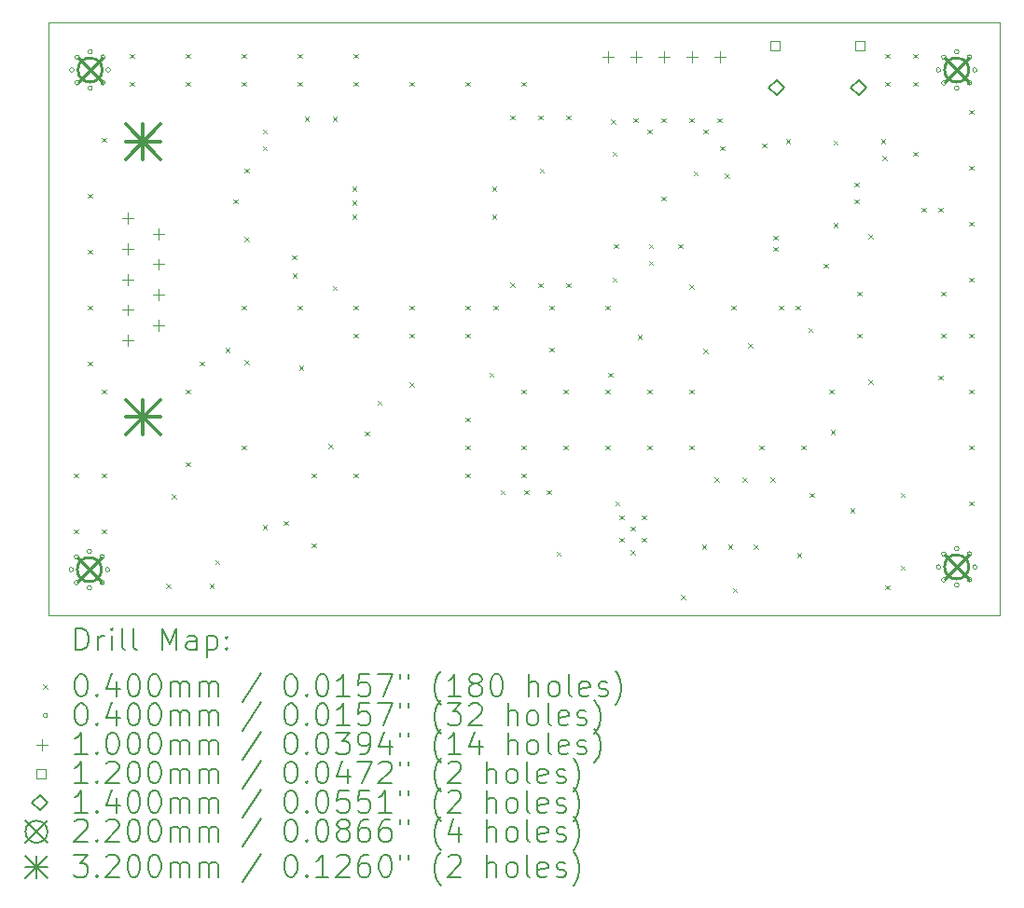
<source format=gbr>
%TF.GenerationSoftware,KiCad,Pcbnew,6.0.11+dfsg-1*%
%TF.CreationDate,2024-04-01T21:30:18-07:00*%
%TF.ProjectId,car-logger,6361722d-6c6f-4676-9765-722e6b696361,v1*%
%TF.SameCoordinates,Original*%
%TF.FileFunction,Drillmap*%
%TF.FilePolarity,Positive*%
%FSLAX45Y45*%
G04 Gerber Fmt 4.5, Leading zero omitted, Abs format (unit mm)*
G04 Created by KiCad (PCBNEW 6.0.11+dfsg-1) date 2024-04-01 21:30:18*
%MOMM*%
%LPD*%
G01*
G04 APERTURE LIST*
%ADD10C,0.100000*%
%ADD11C,0.200000*%
%ADD12C,0.040000*%
%ADD13C,0.120000*%
%ADD14C,0.140000*%
%ADD15C,0.220000*%
%ADD16C,0.320000*%
G04 APERTURE END LIST*
D10*
X9398000Y-5791200D02*
X18034000Y-5791200D01*
X18034000Y-5791200D02*
X18034000Y-11176000D01*
X18034000Y-11176000D02*
X9398000Y-11176000D01*
X9398000Y-11176000D02*
X9398000Y-5791200D01*
D11*
D12*
X9632000Y-9886000D02*
X9672000Y-9926000D01*
X9672000Y-9886000D02*
X9632000Y-9926000D01*
X9632000Y-10394000D02*
X9672000Y-10434000D01*
X9672000Y-10394000D02*
X9632000Y-10434000D01*
X9759000Y-7346000D02*
X9799000Y-7386000D01*
X9799000Y-7346000D02*
X9759000Y-7386000D01*
X9759000Y-7854000D02*
X9799000Y-7894000D01*
X9799000Y-7854000D02*
X9759000Y-7894000D01*
X9759000Y-8362000D02*
X9799000Y-8402000D01*
X9799000Y-8362000D02*
X9759000Y-8402000D01*
X9759000Y-8870000D02*
X9799000Y-8910000D01*
X9799000Y-8870000D02*
X9759000Y-8910000D01*
X9886000Y-6838000D02*
X9926000Y-6878000D01*
X9926000Y-6838000D02*
X9886000Y-6878000D01*
X9886000Y-9124000D02*
X9926000Y-9164000D01*
X9926000Y-9124000D02*
X9886000Y-9164000D01*
X9886000Y-9886000D02*
X9926000Y-9926000D01*
X9926000Y-9886000D02*
X9886000Y-9926000D01*
X9886000Y-10394000D02*
X9926000Y-10434000D01*
X9926000Y-10394000D02*
X9886000Y-10434000D01*
X10140000Y-6076000D02*
X10180000Y-6116000D01*
X10180000Y-6076000D02*
X10140000Y-6116000D01*
X10140000Y-6330000D02*
X10180000Y-6370000D01*
X10180000Y-6330000D02*
X10140000Y-6370000D01*
X10470200Y-10889300D02*
X10510200Y-10929300D01*
X10510200Y-10889300D02*
X10470200Y-10929300D01*
X10521000Y-10076500D02*
X10561000Y-10116500D01*
X10561000Y-10076500D02*
X10521000Y-10116500D01*
X10648000Y-6076000D02*
X10688000Y-6116000D01*
X10688000Y-6076000D02*
X10648000Y-6116000D01*
X10648000Y-6330000D02*
X10688000Y-6370000D01*
X10688000Y-6330000D02*
X10648000Y-6370000D01*
X10648000Y-9124000D02*
X10688000Y-9164000D01*
X10688000Y-9124000D02*
X10648000Y-9164000D01*
X10648000Y-9784400D02*
X10688000Y-9824400D01*
X10688000Y-9784400D02*
X10648000Y-9824400D01*
X10775000Y-8870000D02*
X10815000Y-8910000D01*
X10815000Y-8870000D02*
X10775000Y-8910000D01*
X10863900Y-10889300D02*
X10903900Y-10929300D01*
X10903900Y-10889300D02*
X10863900Y-10929300D01*
X10914700Y-10673400D02*
X10954700Y-10713400D01*
X10954700Y-10673400D02*
X10914700Y-10713400D01*
X11007000Y-8746400D02*
X11047000Y-8786400D01*
X11047000Y-8746400D02*
X11007000Y-8786400D01*
X11079800Y-7396800D02*
X11119800Y-7436800D01*
X11119800Y-7396800D02*
X11079800Y-7436800D01*
X11156000Y-6076000D02*
X11196000Y-6116000D01*
X11196000Y-6076000D02*
X11156000Y-6116000D01*
X11156000Y-6330000D02*
X11196000Y-6370000D01*
X11196000Y-6330000D02*
X11156000Y-6370000D01*
X11156000Y-8362000D02*
X11196000Y-8402000D01*
X11196000Y-8362000D02*
X11156000Y-8402000D01*
X11156000Y-9632000D02*
X11196000Y-9672000D01*
X11196000Y-9632000D02*
X11156000Y-9672000D01*
X11181400Y-7117400D02*
X11221400Y-7157400D01*
X11221400Y-7117400D02*
X11181400Y-7157400D01*
X11181400Y-7739700D02*
X11221400Y-7779700D01*
X11221400Y-7739700D02*
X11181400Y-7779700D01*
X11181400Y-8857300D02*
X11221400Y-8897300D01*
X11221400Y-8857300D02*
X11181400Y-8897300D01*
X11346500Y-6761800D02*
X11386500Y-6801800D01*
X11386500Y-6761800D02*
X11346500Y-6801800D01*
X11346500Y-6914200D02*
X11386500Y-6954200D01*
X11386500Y-6914200D02*
X11346500Y-6954200D01*
X11346500Y-10355900D02*
X11386500Y-10395900D01*
X11386500Y-10355900D02*
X11346500Y-10395900D01*
X11537000Y-10317800D02*
X11577000Y-10357800D01*
X11577000Y-10317800D02*
X11537000Y-10357800D01*
X11613200Y-7904800D02*
X11653200Y-7944800D01*
X11653200Y-7904800D02*
X11613200Y-7944800D01*
X11616200Y-8069900D02*
X11656200Y-8109900D01*
X11656200Y-8069900D02*
X11616200Y-8109900D01*
X11664000Y-6076000D02*
X11704000Y-6116000D01*
X11704000Y-6076000D02*
X11664000Y-6116000D01*
X11664000Y-6330000D02*
X11704000Y-6370000D01*
X11704000Y-6330000D02*
X11664000Y-6370000D01*
X11664000Y-8362000D02*
X11704000Y-8402000D01*
X11704000Y-8362000D02*
X11664000Y-8402000D01*
X11676700Y-8908100D02*
X11716700Y-8948100D01*
X11716700Y-8908100D02*
X11676700Y-8948100D01*
X11727500Y-6647500D02*
X11767500Y-6687500D01*
X11767500Y-6647500D02*
X11727500Y-6687500D01*
X11791000Y-9886000D02*
X11831000Y-9926000D01*
X11831000Y-9886000D02*
X11791000Y-9926000D01*
X11791000Y-10521000D02*
X11831000Y-10561000D01*
X11831000Y-10521000D02*
X11791000Y-10561000D01*
X11943400Y-9619300D02*
X11983400Y-9659300D01*
X11983400Y-9619300D02*
X11943400Y-9659300D01*
X11981500Y-6647500D02*
X12021500Y-6687500D01*
X12021500Y-6647500D02*
X11981500Y-6687500D01*
X11981500Y-8184200D02*
X12021500Y-8224200D01*
X12021500Y-8184200D02*
X11981500Y-8224200D01*
X12159300Y-7282500D02*
X12199300Y-7322500D01*
X12199300Y-7282500D02*
X12159300Y-7322500D01*
X12159300Y-7409500D02*
X12199300Y-7449500D01*
X12199300Y-7409500D02*
X12159300Y-7449500D01*
X12159300Y-7536500D02*
X12199300Y-7576500D01*
X12199300Y-7536500D02*
X12159300Y-7576500D01*
X12172000Y-6076000D02*
X12212000Y-6116000D01*
X12212000Y-6076000D02*
X12172000Y-6116000D01*
X12172000Y-6330000D02*
X12212000Y-6370000D01*
X12212000Y-6330000D02*
X12172000Y-6370000D01*
X12172000Y-8362000D02*
X12212000Y-8402000D01*
X12212000Y-8362000D02*
X12172000Y-8402000D01*
X12172000Y-8616000D02*
X12212000Y-8656000D01*
X12212000Y-8616000D02*
X12172000Y-8656000D01*
X12172000Y-9886000D02*
X12212000Y-9926000D01*
X12212000Y-9886000D02*
X12172000Y-9926000D01*
X12273600Y-9505000D02*
X12313600Y-9545000D01*
X12313600Y-9505000D02*
X12273600Y-9545000D01*
X12387900Y-9225600D02*
X12427900Y-9265600D01*
X12427900Y-9225600D02*
X12387900Y-9265600D01*
X12680000Y-6330000D02*
X12720000Y-6370000D01*
X12720000Y-6330000D02*
X12680000Y-6370000D01*
X12680000Y-8362000D02*
X12720000Y-8402000D01*
X12720000Y-8362000D02*
X12680000Y-8402000D01*
X12680000Y-8616000D02*
X12720000Y-8656000D01*
X12720000Y-8616000D02*
X12680000Y-8656000D01*
X12680000Y-9060500D02*
X12720000Y-9100500D01*
X12720000Y-9060500D02*
X12680000Y-9100500D01*
X13188000Y-6330000D02*
X13228000Y-6370000D01*
X13228000Y-6330000D02*
X13188000Y-6370000D01*
X13188000Y-8362000D02*
X13228000Y-8402000D01*
X13228000Y-8362000D02*
X13188000Y-8402000D01*
X13188000Y-8616000D02*
X13228000Y-8656000D01*
X13228000Y-8616000D02*
X13188000Y-8656000D01*
X13188000Y-9378000D02*
X13228000Y-9418000D01*
X13228000Y-9378000D02*
X13188000Y-9418000D01*
X13188000Y-9632000D02*
X13228000Y-9672000D01*
X13228000Y-9632000D02*
X13188000Y-9672000D01*
X13188000Y-9886000D02*
X13228000Y-9926000D01*
X13228000Y-9886000D02*
X13188000Y-9926000D01*
X13403900Y-8971600D02*
X13443900Y-9011600D01*
X13443900Y-8971600D02*
X13403900Y-9011600D01*
X13429300Y-7282500D02*
X13469300Y-7322500D01*
X13469300Y-7282500D02*
X13429300Y-7322500D01*
X13429300Y-7536500D02*
X13469300Y-7576500D01*
X13469300Y-7536500D02*
X13429300Y-7576500D01*
X13442000Y-8362000D02*
X13482000Y-8402000D01*
X13482000Y-8362000D02*
X13442000Y-8402000D01*
X13505500Y-10038400D02*
X13545500Y-10078400D01*
X13545500Y-10038400D02*
X13505500Y-10078400D01*
X13591000Y-8155400D02*
X13631000Y-8195400D01*
X13631000Y-8155400D02*
X13591000Y-8195400D01*
X13594400Y-6634800D02*
X13634400Y-6674800D01*
X13634400Y-6634800D02*
X13594400Y-6674800D01*
X13696000Y-6330000D02*
X13736000Y-6370000D01*
X13736000Y-6330000D02*
X13696000Y-6370000D01*
X13696000Y-9124000D02*
X13736000Y-9164000D01*
X13736000Y-9124000D02*
X13696000Y-9164000D01*
X13696000Y-9632000D02*
X13736000Y-9672000D01*
X13736000Y-9632000D02*
X13696000Y-9672000D01*
X13696000Y-9886000D02*
X13736000Y-9926000D01*
X13736000Y-9886000D02*
X13696000Y-9926000D01*
X13721400Y-10038400D02*
X13761400Y-10078400D01*
X13761400Y-10038400D02*
X13721400Y-10078400D01*
X13848400Y-6634800D02*
X13888400Y-6674800D01*
X13888400Y-6634800D02*
X13848400Y-6674800D01*
X13848400Y-8158800D02*
X13888400Y-8198800D01*
X13888400Y-8158800D02*
X13848400Y-8198800D01*
X13861100Y-7117400D02*
X13901100Y-7157400D01*
X13901100Y-7117400D02*
X13861100Y-7157400D01*
X13924600Y-10038400D02*
X13964600Y-10078400D01*
X13964600Y-10038400D02*
X13924600Y-10078400D01*
X13950000Y-8362000D02*
X13990000Y-8402000D01*
X13990000Y-8362000D02*
X13950000Y-8402000D01*
X13950000Y-8743000D02*
X13990000Y-8783000D01*
X13990000Y-8743000D02*
X13950000Y-8783000D01*
X14013500Y-10595900D02*
X14053500Y-10635900D01*
X14053500Y-10595900D02*
X14013500Y-10635900D01*
X14077000Y-9124000D02*
X14117000Y-9164000D01*
X14117000Y-9124000D02*
X14077000Y-9164000D01*
X14077000Y-9632000D02*
X14117000Y-9672000D01*
X14117000Y-9632000D02*
X14077000Y-9672000D01*
X14102400Y-6634800D02*
X14142400Y-6674800D01*
X14142400Y-6634800D02*
X14102400Y-6674800D01*
X14102400Y-8158800D02*
X14142400Y-8198800D01*
X14142400Y-8158800D02*
X14102400Y-8198800D01*
X14458000Y-8362000D02*
X14498000Y-8402000D01*
X14498000Y-8362000D02*
X14458000Y-8402000D01*
X14458000Y-9124000D02*
X14498000Y-9164000D01*
X14498000Y-9124000D02*
X14458000Y-9164000D01*
X14458000Y-9632000D02*
X14498000Y-9672000D01*
X14498000Y-9632000D02*
X14458000Y-9672000D01*
X14483400Y-8971600D02*
X14523400Y-9011600D01*
X14523400Y-8971600D02*
X14483400Y-9011600D01*
X14508800Y-6672900D02*
X14548800Y-6712900D01*
X14548800Y-6672900D02*
X14508800Y-6712900D01*
X14521500Y-6965000D02*
X14561500Y-7005000D01*
X14561500Y-6965000D02*
X14521500Y-7005000D01*
X14521500Y-8108000D02*
X14561500Y-8148000D01*
X14561500Y-8108000D02*
X14521500Y-8148000D01*
X14534200Y-7803200D02*
X14574200Y-7843200D01*
X14574200Y-7803200D02*
X14534200Y-7843200D01*
X14546900Y-10140000D02*
X14586900Y-10180000D01*
X14586900Y-10140000D02*
X14546900Y-10180000D01*
X14585000Y-10267000D02*
X14625000Y-10307000D01*
X14625000Y-10267000D02*
X14585000Y-10307000D01*
X14585000Y-10470200D02*
X14625000Y-10510200D01*
X14625000Y-10470200D02*
X14585000Y-10510200D01*
X14686600Y-10368600D02*
X14726600Y-10408600D01*
X14726600Y-10368600D02*
X14686600Y-10408600D01*
X14686600Y-10584500D02*
X14726600Y-10624500D01*
X14726600Y-10584500D02*
X14686600Y-10624500D01*
X14712000Y-6660200D02*
X14752000Y-6700200D01*
X14752000Y-6660200D02*
X14712000Y-6700200D01*
X14749670Y-8629130D02*
X14789670Y-8669130D01*
X14789670Y-8629130D02*
X14749670Y-8669130D01*
X14788200Y-10267000D02*
X14828200Y-10307000D01*
X14828200Y-10267000D02*
X14788200Y-10307000D01*
X14788200Y-10470200D02*
X14828200Y-10510200D01*
X14828200Y-10470200D02*
X14788200Y-10510200D01*
X14839000Y-6761800D02*
X14879000Y-6801800D01*
X14879000Y-6761800D02*
X14839000Y-6801800D01*
X14839000Y-9124000D02*
X14879000Y-9164000D01*
X14879000Y-9124000D02*
X14839000Y-9164000D01*
X14839000Y-9632000D02*
X14879000Y-9672000D01*
X14879000Y-9632000D02*
X14839000Y-9672000D01*
X14851700Y-7803200D02*
X14891700Y-7843200D01*
X14891700Y-7803200D02*
X14851700Y-7843200D01*
X14851700Y-7955600D02*
X14891700Y-7995600D01*
X14891700Y-7955600D02*
X14851700Y-7995600D01*
X14966000Y-6660200D02*
X15006000Y-6700200D01*
X15006000Y-6660200D02*
X14966000Y-6700200D01*
X14966000Y-7371400D02*
X15006000Y-7411400D01*
X15006000Y-7371400D02*
X14966000Y-7411400D01*
X15118400Y-7803200D02*
X15158400Y-7843200D01*
X15158400Y-7803200D02*
X15118400Y-7843200D01*
X15143800Y-10990900D02*
X15183800Y-11030900D01*
X15183800Y-10990900D02*
X15143800Y-11030900D01*
X15220000Y-6660200D02*
X15260000Y-6700200D01*
X15260000Y-6660200D02*
X15220000Y-6700200D01*
X15220000Y-8171500D02*
X15260000Y-8211500D01*
X15260000Y-8171500D02*
X15220000Y-8211500D01*
X15220000Y-9124000D02*
X15260000Y-9164000D01*
X15260000Y-9124000D02*
X15220000Y-9164000D01*
X15220000Y-9632000D02*
X15260000Y-9672000D01*
X15260000Y-9632000D02*
X15220000Y-9672000D01*
X15258100Y-7142800D02*
X15298100Y-7182800D01*
X15298100Y-7142800D02*
X15258100Y-7182800D01*
X15334300Y-10533700D02*
X15374300Y-10573700D01*
X15374300Y-10533700D02*
X15334300Y-10573700D01*
X15347000Y-6761800D02*
X15387000Y-6801800D01*
X15387000Y-6761800D02*
X15347000Y-6801800D01*
X15347000Y-8755700D02*
X15387000Y-8795700D01*
X15387000Y-8755700D02*
X15347000Y-8795700D01*
X15448600Y-9924100D02*
X15488600Y-9964100D01*
X15488600Y-9924100D02*
X15448600Y-9964100D01*
X15474000Y-6660200D02*
X15514000Y-6700200D01*
X15514000Y-6660200D02*
X15474000Y-6700200D01*
X15499400Y-6914200D02*
X15539400Y-6954200D01*
X15539400Y-6914200D02*
X15499400Y-6954200D01*
X15542908Y-7162792D02*
X15582908Y-7202792D01*
X15582908Y-7162792D02*
X15542908Y-7202792D01*
X15570950Y-10533700D02*
X15610950Y-10573700D01*
X15610950Y-10533700D02*
X15570950Y-10573700D01*
X15601000Y-8362000D02*
X15641000Y-8402000D01*
X15641000Y-8362000D02*
X15601000Y-8402000D01*
X15613700Y-10927400D02*
X15653700Y-10967400D01*
X15653700Y-10927400D02*
X15613700Y-10967400D01*
X15702600Y-9924100D02*
X15742600Y-9964100D01*
X15742600Y-9924100D02*
X15702600Y-9964100D01*
X15753400Y-8704900D02*
X15793400Y-8744900D01*
X15793400Y-8704900D02*
X15753400Y-8744900D01*
X15804200Y-10533700D02*
X15844200Y-10573700D01*
X15844200Y-10533700D02*
X15804200Y-10573700D01*
X15855000Y-9632000D02*
X15895000Y-9672000D01*
X15895000Y-9632000D02*
X15855000Y-9672000D01*
X15880400Y-6888800D02*
X15920400Y-6928800D01*
X15920400Y-6888800D02*
X15880400Y-6928800D01*
X15956600Y-9924100D02*
X15996600Y-9964100D01*
X15996600Y-9924100D02*
X15956600Y-9964100D01*
X15982000Y-7727000D02*
X16022000Y-7767000D01*
X16022000Y-7727000D02*
X15982000Y-7767000D01*
X15982000Y-7828600D02*
X16022000Y-7868600D01*
X16022000Y-7828600D02*
X15982000Y-7868600D01*
X16032800Y-8362000D02*
X16072800Y-8402000D01*
X16072800Y-8362000D02*
X16032800Y-8402000D01*
X16096300Y-6850700D02*
X16136300Y-6890700D01*
X16136300Y-6850700D02*
X16096300Y-6890700D01*
X16185200Y-8362000D02*
X16225200Y-8402000D01*
X16225200Y-8362000D02*
X16185200Y-8402000D01*
X16197900Y-10609900D02*
X16237900Y-10649900D01*
X16237900Y-10609900D02*
X16197900Y-10649900D01*
X16236000Y-9632000D02*
X16276000Y-9672000D01*
X16276000Y-9632000D02*
X16236000Y-9672000D01*
X16299500Y-8565200D02*
X16339500Y-8605200D01*
X16339500Y-8565200D02*
X16299500Y-8605200D01*
X16312200Y-10063800D02*
X16352200Y-10103800D01*
X16352200Y-10063800D02*
X16312200Y-10103800D01*
X16439200Y-7981000D02*
X16479200Y-8021000D01*
X16479200Y-7981000D02*
X16439200Y-8021000D01*
X16490000Y-9124000D02*
X16530000Y-9164000D01*
X16530000Y-9124000D02*
X16490000Y-9164000D01*
X16502700Y-9492300D02*
X16542700Y-9532300D01*
X16542700Y-9492300D02*
X16502700Y-9532300D01*
X16528100Y-6863400D02*
X16568100Y-6903400D01*
X16568100Y-6863400D02*
X16528100Y-6903400D01*
X16528100Y-7612700D02*
X16568100Y-7652700D01*
X16568100Y-7612700D02*
X16528100Y-7652700D01*
X16680500Y-10203500D02*
X16720500Y-10243500D01*
X16720500Y-10203500D02*
X16680500Y-10243500D01*
X16718600Y-7244400D02*
X16758600Y-7284400D01*
X16758600Y-7244400D02*
X16718600Y-7284400D01*
X16718600Y-7396800D02*
X16758600Y-7436800D01*
X16758600Y-7396800D02*
X16718600Y-7436800D01*
X16744000Y-8235000D02*
X16784000Y-8275000D01*
X16784000Y-8235000D02*
X16744000Y-8275000D01*
X16744000Y-8616000D02*
X16784000Y-8656000D01*
X16784000Y-8616000D02*
X16744000Y-8656000D01*
X16845600Y-7714300D02*
X16885600Y-7754300D01*
X16885600Y-7714300D02*
X16845600Y-7754300D01*
X16845600Y-9035100D02*
X16885600Y-9075100D01*
X16885600Y-9035100D02*
X16845600Y-9075100D01*
X16959900Y-6850700D02*
X16999900Y-6890700D01*
X16999900Y-6850700D02*
X16959900Y-6890700D01*
X16972600Y-7003100D02*
X17012600Y-7043100D01*
X17012600Y-7003100D02*
X16972600Y-7043100D01*
X16998000Y-6076000D02*
X17038000Y-6116000D01*
X17038000Y-6076000D02*
X16998000Y-6116000D01*
X16998000Y-6330000D02*
X17038000Y-6370000D01*
X17038000Y-6330000D02*
X16998000Y-6370000D01*
X16998000Y-10902000D02*
X17038000Y-10942000D01*
X17038000Y-10902000D02*
X16998000Y-10942000D01*
X17137700Y-10063800D02*
X17177700Y-10103800D01*
X17177700Y-10063800D02*
X17137700Y-10103800D01*
X17137700Y-10724200D02*
X17177700Y-10764200D01*
X17177700Y-10724200D02*
X17137700Y-10764200D01*
X17252000Y-6076000D02*
X17292000Y-6116000D01*
X17292000Y-6076000D02*
X17252000Y-6116000D01*
X17252000Y-6330000D02*
X17292000Y-6370000D01*
X17292000Y-6330000D02*
X17252000Y-6370000D01*
X17252000Y-6965000D02*
X17292000Y-7005000D01*
X17292000Y-6965000D02*
X17252000Y-7005000D01*
X17328200Y-7473000D02*
X17368200Y-7513000D01*
X17368200Y-7473000D02*
X17328200Y-7513000D01*
X17480600Y-7473000D02*
X17520600Y-7513000D01*
X17520600Y-7473000D02*
X17480600Y-7513000D01*
X17480600Y-8997000D02*
X17520600Y-9037000D01*
X17520600Y-8997000D02*
X17480600Y-9037000D01*
X17506000Y-8235000D02*
X17546000Y-8275000D01*
X17546000Y-8235000D02*
X17506000Y-8275000D01*
X17506000Y-8616000D02*
X17546000Y-8656000D01*
X17546000Y-8616000D02*
X17506000Y-8656000D01*
X17760000Y-6584000D02*
X17800000Y-6624000D01*
X17800000Y-6584000D02*
X17760000Y-6624000D01*
X17760000Y-7092000D02*
X17800000Y-7132000D01*
X17800000Y-7092000D02*
X17760000Y-7132000D01*
X17760000Y-7600000D02*
X17800000Y-7640000D01*
X17800000Y-7600000D02*
X17760000Y-7640000D01*
X17760000Y-8108000D02*
X17800000Y-8148000D01*
X17800000Y-8108000D02*
X17760000Y-8148000D01*
X17760000Y-8616000D02*
X17800000Y-8656000D01*
X17800000Y-8616000D02*
X17760000Y-8656000D01*
X17760000Y-9124000D02*
X17800000Y-9164000D01*
X17800000Y-9124000D02*
X17760000Y-9164000D01*
X17760000Y-9632000D02*
X17800000Y-9672000D01*
X17800000Y-9632000D02*
X17760000Y-9672000D01*
X17760000Y-10140000D02*
X17800000Y-10180000D01*
X17800000Y-10140000D02*
X17760000Y-10180000D01*
X9627452Y-10761000D02*
G75*
G03*
X9627452Y-10761000I-20000J0D01*
G01*
X9634000Y-6223000D02*
G75*
G03*
X9634000Y-6223000I-20000J0D01*
G01*
X9675779Y-10644327D02*
G75*
G03*
X9675779Y-10644327I-20000J0D01*
G01*
X9675779Y-10877673D02*
G75*
G03*
X9675779Y-10877673I-20000J0D01*
G01*
X9682327Y-6106327D02*
G75*
G03*
X9682327Y-6106327I-20000J0D01*
G01*
X9682327Y-6339673D02*
G75*
G03*
X9682327Y-6339673I-20000J0D01*
G01*
X9792452Y-10596000D02*
G75*
G03*
X9792452Y-10596000I-20000J0D01*
G01*
X9792452Y-10926000D02*
G75*
G03*
X9792452Y-10926000I-20000J0D01*
G01*
X9799000Y-6058000D02*
G75*
G03*
X9799000Y-6058000I-20000J0D01*
G01*
X9799000Y-6388000D02*
G75*
G03*
X9799000Y-6388000I-20000J0D01*
G01*
X9909124Y-10644327D02*
G75*
G03*
X9909124Y-10644327I-20000J0D01*
G01*
X9909124Y-10877673D02*
G75*
G03*
X9909124Y-10877673I-20000J0D01*
G01*
X9915673Y-6106327D02*
G75*
G03*
X9915673Y-6106327I-20000J0D01*
G01*
X9915673Y-6339673D02*
G75*
G03*
X9915673Y-6339673I-20000J0D01*
G01*
X9957452Y-10761000D02*
G75*
G03*
X9957452Y-10761000I-20000J0D01*
G01*
X9964000Y-6223000D02*
G75*
G03*
X9964000Y-6223000I-20000J0D01*
G01*
X17501452Y-6223000D02*
G75*
G03*
X17501452Y-6223000I-20000J0D01*
G01*
X17501452Y-10736000D02*
G75*
G03*
X17501452Y-10736000I-20000J0D01*
G01*
X17549779Y-6106327D02*
G75*
G03*
X17549779Y-6106327I-20000J0D01*
G01*
X17549779Y-6339673D02*
G75*
G03*
X17549779Y-6339673I-20000J0D01*
G01*
X17549779Y-10619327D02*
G75*
G03*
X17549779Y-10619327I-20000J0D01*
G01*
X17549779Y-10852673D02*
G75*
G03*
X17549779Y-10852673I-20000J0D01*
G01*
X17666452Y-6058000D02*
G75*
G03*
X17666452Y-6058000I-20000J0D01*
G01*
X17666452Y-6388000D02*
G75*
G03*
X17666452Y-6388000I-20000J0D01*
G01*
X17666452Y-10571000D02*
G75*
G03*
X17666452Y-10571000I-20000J0D01*
G01*
X17666452Y-10901000D02*
G75*
G03*
X17666452Y-10901000I-20000J0D01*
G01*
X17783124Y-6106327D02*
G75*
G03*
X17783124Y-6106327I-20000J0D01*
G01*
X17783124Y-6339673D02*
G75*
G03*
X17783124Y-6339673I-20000J0D01*
G01*
X17783124Y-10619327D02*
G75*
G03*
X17783124Y-10619327I-20000J0D01*
G01*
X17783124Y-10852673D02*
G75*
G03*
X17783124Y-10852673I-20000J0D01*
G01*
X17831452Y-6223000D02*
G75*
G03*
X17831452Y-6223000I-20000J0D01*
G01*
X17831452Y-10736000D02*
G75*
G03*
X17831452Y-10736000I-20000J0D01*
G01*
D10*
X10118419Y-7521500D02*
X10118419Y-7621500D01*
X10068419Y-7571500D02*
X10168419Y-7571500D01*
X10118419Y-7798500D02*
X10118419Y-7898500D01*
X10068419Y-7848500D02*
X10168419Y-7848500D01*
X10118419Y-8075500D02*
X10118419Y-8175500D01*
X10068419Y-8125500D02*
X10168419Y-8125500D01*
X10118419Y-8352500D02*
X10118419Y-8452500D01*
X10068419Y-8402500D02*
X10168419Y-8402500D01*
X10118419Y-8629500D02*
X10118419Y-8729500D01*
X10068419Y-8679500D02*
X10168419Y-8679500D01*
X10402419Y-7660000D02*
X10402419Y-7760000D01*
X10352419Y-7710000D02*
X10452419Y-7710000D01*
X10402419Y-7937000D02*
X10402419Y-8037000D01*
X10352419Y-7987000D02*
X10452419Y-7987000D01*
X10402419Y-8214000D02*
X10402419Y-8314000D01*
X10352419Y-8264000D02*
X10452419Y-8264000D01*
X10402419Y-8491000D02*
X10402419Y-8591000D01*
X10352419Y-8541000D02*
X10452419Y-8541000D01*
X14484000Y-6052000D02*
X14484000Y-6152000D01*
X14434000Y-6102000D02*
X14534000Y-6102000D01*
X14738000Y-6052000D02*
X14738000Y-6152000D01*
X14688000Y-6102000D02*
X14788000Y-6102000D01*
X14992000Y-6052000D02*
X14992000Y-6152000D01*
X14942000Y-6102000D02*
X15042000Y-6102000D01*
X15246000Y-6052000D02*
X15246000Y-6152000D01*
X15196000Y-6102000D02*
X15296000Y-6102000D01*
X15500000Y-6052000D02*
X15500000Y-6152000D01*
X15450000Y-6102000D02*
X15550000Y-6102000D01*
D13*
X16037927Y-6044427D02*
X16037927Y-5959573D01*
X15953073Y-5959573D01*
X15953073Y-6044427D01*
X16037927Y-6044427D01*
X16812927Y-6044427D02*
X16812927Y-5959573D01*
X16728073Y-5959573D01*
X16728073Y-6044427D01*
X16812927Y-6044427D01*
D14*
X16010500Y-6452000D02*
X16080500Y-6382000D01*
X16010500Y-6312000D01*
X15940500Y-6382000D01*
X16010500Y-6452000D01*
X16755500Y-6452000D02*
X16825500Y-6382000D01*
X16755500Y-6312000D01*
X16685500Y-6382000D01*
X16755500Y-6452000D01*
D15*
X9662452Y-10651000D02*
X9882452Y-10871000D01*
X9882452Y-10651000D02*
X9662452Y-10871000D01*
X9882452Y-10761000D02*
G75*
G03*
X9882452Y-10761000I-110000J0D01*
G01*
X9669000Y-6113000D02*
X9889000Y-6333000D01*
X9889000Y-6113000D02*
X9669000Y-6333000D01*
X9889000Y-6223000D02*
G75*
G03*
X9889000Y-6223000I-110000J0D01*
G01*
X17536452Y-6113000D02*
X17756452Y-6333000D01*
X17756452Y-6113000D02*
X17536452Y-6333000D01*
X17756452Y-6223000D02*
G75*
G03*
X17756452Y-6223000I-110000J0D01*
G01*
X17536452Y-10626000D02*
X17756452Y-10846000D01*
X17756452Y-10626000D02*
X17536452Y-10846000D01*
X17756452Y-10736000D02*
G75*
G03*
X17756452Y-10736000I-110000J0D01*
G01*
D16*
X10100419Y-6715500D02*
X10420419Y-7035500D01*
X10420419Y-6715500D02*
X10100419Y-7035500D01*
X10260419Y-6715500D02*
X10260419Y-7035500D01*
X10100419Y-6875500D02*
X10420419Y-6875500D01*
X10100419Y-9215500D02*
X10420419Y-9535500D01*
X10420419Y-9215500D02*
X10100419Y-9535500D01*
X10260419Y-9215500D02*
X10260419Y-9535500D01*
X10100419Y-9375500D02*
X10420419Y-9375500D01*
D11*
X9650619Y-11491476D02*
X9650619Y-11291476D01*
X9698238Y-11291476D01*
X9726810Y-11301000D01*
X9745857Y-11320048D01*
X9755381Y-11339095D01*
X9764905Y-11377190D01*
X9764905Y-11405762D01*
X9755381Y-11443857D01*
X9745857Y-11462905D01*
X9726810Y-11481952D01*
X9698238Y-11491476D01*
X9650619Y-11491476D01*
X9850619Y-11491476D02*
X9850619Y-11358143D01*
X9850619Y-11396238D02*
X9860143Y-11377190D01*
X9869667Y-11367667D01*
X9888714Y-11358143D01*
X9907762Y-11358143D01*
X9974429Y-11491476D02*
X9974429Y-11358143D01*
X9974429Y-11291476D02*
X9964905Y-11301000D01*
X9974429Y-11310524D01*
X9983952Y-11301000D01*
X9974429Y-11291476D01*
X9974429Y-11310524D01*
X10098238Y-11491476D02*
X10079190Y-11481952D01*
X10069667Y-11462905D01*
X10069667Y-11291476D01*
X10203000Y-11491476D02*
X10183952Y-11481952D01*
X10174429Y-11462905D01*
X10174429Y-11291476D01*
X10431571Y-11491476D02*
X10431571Y-11291476D01*
X10498238Y-11434333D01*
X10564905Y-11291476D01*
X10564905Y-11491476D01*
X10745857Y-11491476D02*
X10745857Y-11386714D01*
X10736333Y-11367667D01*
X10717286Y-11358143D01*
X10679190Y-11358143D01*
X10660143Y-11367667D01*
X10745857Y-11481952D02*
X10726810Y-11491476D01*
X10679190Y-11491476D01*
X10660143Y-11481952D01*
X10650619Y-11462905D01*
X10650619Y-11443857D01*
X10660143Y-11424809D01*
X10679190Y-11415286D01*
X10726810Y-11415286D01*
X10745857Y-11405762D01*
X10841095Y-11358143D02*
X10841095Y-11558143D01*
X10841095Y-11367667D02*
X10860143Y-11358143D01*
X10898238Y-11358143D01*
X10917286Y-11367667D01*
X10926810Y-11377190D01*
X10936333Y-11396238D01*
X10936333Y-11453381D01*
X10926810Y-11472428D01*
X10917286Y-11481952D01*
X10898238Y-11491476D01*
X10860143Y-11491476D01*
X10841095Y-11481952D01*
X11022048Y-11472428D02*
X11031571Y-11481952D01*
X11022048Y-11491476D01*
X11012524Y-11481952D01*
X11022048Y-11472428D01*
X11022048Y-11491476D01*
X11022048Y-11367667D02*
X11031571Y-11377190D01*
X11022048Y-11386714D01*
X11012524Y-11377190D01*
X11022048Y-11367667D01*
X11022048Y-11386714D01*
D12*
X9353000Y-11801000D02*
X9393000Y-11841000D01*
X9393000Y-11801000D02*
X9353000Y-11841000D01*
D11*
X9688714Y-11711476D02*
X9707762Y-11711476D01*
X9726810Y-11721000D01*
X9736333Y-11730524D01*
X9745857Y-11749571D01*
X9755381Y-11787667D01*
X9755381Y-11835286D01*
X9745857Y-11873381D01*
X9736333Y-11892428D01*
X9726810Y-11901952D01*
X9707762Y-11911476D01*
X9688714Y-11911476D01*
X9669667Y-11901952D01*
X9660143Y-11892428D01*
X9650619Y-11873381D01*
X9641095Y-11835286D01*
X9641095Y-11787667D01*
X9650619Y-11749571D01*
X9660143Y-11730524D01*
X9669667Y-11721000D01*
X9688714Y-11711476D01*
X9841095Y-11892428D02*
X9850619Y-11901952D01*
X9841095Y-11911476D01*
X9831571Y-11901952D01*
X9841095Y-11892428D01*
X9841095Y-11911476D01*
X10022048Y-11778143D02*
X10022048Y-11911476D01*
X9974429Y-11701952D02*
X9926810Y-11844809D01*
X10050619Y-11844809D01*
X10164905Y-11711476D02*
X10183952Y-11711476D01*
X10203000Y-11721000D01*
X10212524Y-11730524D01*
X10222048Y-11749571D01*
X10231571Y-11787667D01*
X10231571Y-11835286D01*
X10222048Y-11873381D01*
X10212524Y-11892428D01*
X10203000Y-11901952D01*
X10183952Y-11911476D01*
X10164905Y-11911476D01*
X10145857Y-11901952D01*
X10136333Y-11892428D01*
X10126810Y-11873381D01*
X10117286Y-11835286D01*
X10117286Y-11787667D01*
X10126810Y-11749571D01*
X10136333Y-11730524D01*
X10145857Y-11721000D01*
X10164905Y-11711476D01*
X10355381Y-11711476D02*
X10374429Y-11711476D01*
X10393476Y-11721000D01*
X10403000Y-11730524D01*
X10412524Y-11749571D01*
X10422048Y-11787667D01*
X10422048Y-11835286D01*
X10412524Y-11873381D01*
X10403000Y-11892428D01*
X10393476Y-11901952D01*
X10374429Y-11911476D01*
X10355381Y-11911476D01*
X10336333Y-11901952D01*
X10326810Y-11892428D01*
X10317286Y-11873381D01*
X10307762Y-11835286D01*
X10307762Y-11787667D01*
X10317286Y-11749571D01*
X10326810Y-11730524D01*
X10336333Y-11721000D01*
X10355381Y-11711476D01*
X10507762Y-11911476D02*
X10507762Y-11778143D01*
X10507762Y-11797190D02*
X10517286Y-11787667D01*
X10536333Y-11778143D01*
X10564905Y-11778143D01*
X10583952Y-11787667D01*
X10593476Y-11806714D01*
X10593476Y-11911476D01*
X10593476Y-11806714D02*
X10603000Y-11787667D01*
X10622048Y-11778143D01*
X10650619Y-11778143D01*
X10669667Y-11787667D01*
X10679190Y-11806714D01*
X10679190Y-11911476D01*
X10774429Y-11911476D02*
X10774429Y-11778143D01*
X10774429Y-11797190D02*
X10783952Y-11787667D01*
X10803000Y-11778143D01*
X10831571Y-11778143D01*
X10850619Y-11787667D01*
X10860143Y-11806714D01*
X10860143Y-11911476D01*
X10860143Y-11806714D02*
X10869667Y-11787667D01*
X10888714Y-11778143D01*
X10917286Y-11778143D01*
X10936333Y-11787667D01*
X10945857Y-11806714D01*
X10945857Y-11911476D01*
X11336333Y-11701952D02*
X11164905Y-11959095D01*
X11593476Y-11711476D02*
X11612524Y-11711476D01*
X11631571Y-11721000D01*
X11641095Y-11730524D01*
X11650619Y-11749571D01*
X11660143Y-11787667D01*
X11660143Y-11835286D01*
X11650619Y-11873381D01*
X11641095Y-11892428D01*
X11631571Y-11901952D01*
X11612524Y-11911476D01*
X11593476Y-11911476D01*
X11574428Y-11901952D01*
X11564905Y-11892428D01*
X11555381Y-11873381D01*
X11545857Y-11835286D01*
X11545857Y-11787667D01*
X11555381Y-11749571D01*
X11564905Y-11730524D01*
X11574428Y-11721000D01*
X11593476Y-11711476D01*
X11745857Y-11892428D02*
X11755381Y-11901952D01*
X11745857Y-11911476D01*
X11736333Y-11901952D01*
X11745857Y-11892428D01*
X11745857Y-11911476D01*
X11879190Y-11711476D02*
X11898238Y-11711476D01*
X11917286Y-11721000D01*
X11926809Y-11730524D01*
X11936333Y-11749571D01*
X11945857Y-11787667D01*
X11945857Y-11835286D01*
X11936333Y-11873381D01*
X11926809Y-11892428D01*
X11917286Y-11901952D01*
X11898238Y-11911476D01*
X11879190Y-11911476D01*
X11860143Y-11901952D01*
X11850619Y-11892428D01*
X11841095Y-11873381D01*
X11831571Y-11835286D01*
X11831571Y-11787667D01*
X11841095Y-11749571D01*
X11850619Y-11730524D01*
X11860143Y-11721000D01*
X11879190Y-11711476D01*
X12136333Y-11911476D02*
X12022048Y-11911476D01*
X12079190Y-11911476D02*
X12079190Y-11711476D01*
X12060143Y-11740048D01*
X12041095Y-11759095D01*
X12022048Y-11768619D01*
X12317286Y-11711476D02*
X12222048Y-11711476D01*
X12212524Y-11806714D01*
X12222048Y-11797190D01*
X12241095Y-11787667D01*
X12288714Y-11787667D01*
X12307762Y-11797190D01*
X12317286Y-11806714D01*
X12326809Y-11825762D01*
X12326809Y-11873381D01*
X12317286Y-11892428D01*
X12307762Y-11901952D01*
X12288714Y-11911476D01*
X12241095Y-11911476D01*
X12222048Y-11901952D01*
X12212524Y-11892428D01*
X12393476Y-11711476D02*
X12526809Y-11711476D01*
X12441095Y-11911476D01*
X12593476Y-11711476D02*
X12593476Y-11749571D01*
X12669667Y-11711476D02*
X12669667Y-11749571D01*
X12964905Y-11987667D02*
X12955381Y-11978143D01*
X12936333Y-11949571D01*
X12926809Y-11930524D01*
X12917286Y-11901952D01*
X12907762Y-11854333D01*
X12907762Y-11816238D01*
X12917286Y-11768619D01*
X12926809Y-11740048D01*
X12936333Y-11721000D01*
X12955381Y-11692428D01*
X12964905Y-11682905D01*
X13145857Y-11911476D02*
X13031571Y-11911476D01*
X13088714Y-11911476D02*
X13088714Y-11711476D01*
X13069667Y-11740048D01*
X13050619Y-11759095D01*
X13031571Y-11768619D01*
X13260143Y-11797190D02*
X13241095Y-11787667D01*
X13231571Y-11778143D01*
X13222048Y-11759095D01*
X13222048Y-11749571D01*
X13231571Y-11730524D01*
X13241095Y-11721000D01*
X13260143Y-11711476D01*
X13298238Y-11711476D01*
X13317286Y-11721000D01*
X13326809Y-11730524D01*
X13336333Y-11749571D01*
X13336333Y-11759095D01*
X13326809Y-11778143D01*
X13317286Y-11787667D01*
X13298238Y-11797190D01*
X13260143Y-11797190D01*
X13241095Y-11806714D01*
X13231571Y-11816238D01*
X13222048Y-11835286D01*
X13222048Y-11873381D01*
X13231571Y-11892428D01*
X13241095Y-11901952D01*
X13260143Y-11911476D01*
X13298238Y-11911476D01*
X13317286Y-11901952D01*
X13326809Y-11892428D01*
X13336333Y-11873381D01*
X13336333Y-11835286D01*
X13326809Y-11816238D01*
X13317286Y-11806714D01*
X13298238Y-11797190D01*
X13460143Y-11711476D02*
X13479190Y-11711476D01*
X13498238Y-11721000D01*
X13507762Y-11730524D01*
X13517286Y-11749571D01*
X13526809Y-11787667D01*
X13526809Y-11835286D01*
X13517286Y-11873381D01*
X13507762Y-11892428D01*
X13498238Y-11901952D01*
X13479190Y-11911476D01*
X13460143Y-11911476D01*
X13441095Y-11901952D01*
X13431571Y-11892428D01*
X13422048Y-11873381D01*
X13412524Y-11835286D01*
X13412524Y-11787667D01*
X13422048Y-11749571D01*
X13431571Y-11730524D01*
X13441095Y-11721000D01*
X13460143Y-11711476D01*
X13764905Y-11911476D02*
X13764905Y-11711476D01*
X13850619Y-11911476D02*
X13850619Y-11806714D01*
X13841095Y-11787667D01*
X13822048Y-11778143D01*
X13793476Y-11778143D01*
X13774428Y-11787667D01*
X13764905Y-11797190D01*
X13974428Y-11911476D02*
X13955381Y-11901952D01*
X13945857Y-11892428D01*
X13936333Y-11873381D01*
X13936333Y-11816238D01*
X13945857Y-11797190D01*
X13955381Y-11787667D01*
X13974428Y-11778143D01*
X14003000Y-11778143D01*
X14022048Y-11787667D01*
X14031571Y-11797190D01*
X14041095Y-11816238D01*
X14041095Y-11873381D01*
X14031571Y-11892428D01*
X14022048Y-11901952D01*
X14003000Y-11911476D01*
X13974428Y-11911476D01*
X14155381Y-11911476D02*
X14136333Y-11901952D01*
X14126809Y-11882905D01*
X14126809Y-11711476D01*
X14307762Y-11901952D02*
X14288714Y-11911476D01*
X14250619Y-11911476D01*
X14231571Y-11901952D01*
X14222048Y-11882905D01*
X14222048Y-11806714D01*
X14231571Y-11787667D01*
X14250619Y-11778143D01*
X14288714Y-11778143D01*
X14307762Y-11787667D01*
X14317286Y-11806714D01*
X14317286Y-11825762D01*
X14222048Y-11844809D01*
X14393476Y-11901952D02*
X14412524Y-11911476D01*
X14450619Y-11911476D01*
X14469667Y-11901952D01*
X14479190Y-11882905D01*
X14479190Y-11873381D01*
X14469667Y-11854333D01*
X14450619Y-11844809D01*
X14422048Y-11844809D01*
X14403000Y-11835286D01*
X14393476Y-11816238D01*
X14393476Y-11806714D01*
X14403000Y-11787667D01*
X14422048Y-11778143D01*
X14450619Y-11778143D01*
X14469667Y-11787667D01*
X14545857Y-11987667D02*
X14555381Y-11978143D01*
X14574428Y-11949571D01*
X14583952Y-11930524D01*
X14593476Y-11901952D01*
X14603000Y-11854333D01*
X14603000Y-11816238D01*
X14593476Y-11768619D01*
X14583952Y-11740048D01*
X14574428Y-11721000D01*
X14555381Y-11692428D01*
X14545857Y-11682905D01*
D12*
X9393000Y-12085000D02*
G75*
G03*
X9393000Y-12085000I-20000J0D01*
G01*
D11*
X9688714Y-11975476D02*
X9707762Y-11975476D01*
X9726810Y-11985000D01*
X9736333Y-11994524D01*
X9745857Y-12013571D01*
X9755381Y-12051667D01*
X9755381Y-12099286D01*
X9745857Y-12137381D01*
X9736333Y-12156428D01*
X9726810Y-12165952D01*
X9707762Y-12175476D01*
X9688714Y-12175476D01*
X9669667Y-12165952D01*
X9660143Y-12156428D01*
X9650619Y-12137381D01*
X9641095Y-12099286D01*
X9641095Y-12051667D01*
X9650619Y-12013571D01*
X9660143Y-11994524D01*
X9669667Y-11985000D01*
X9688714Y-11975476D01*
X9841095Y-12156428D02*
X9850619Y-12165952D01*
X9841095Y-12175476D01*
X9831571Y-12165952D01*
X9841095Y-12156428D01*
X9841095Y-12175476D01*
X10022048Y-12042143D02*
X10022048Y-12175476D01*
X9974429Y-11965952D02*
X9926810Y-12108809D01*
X10050619Y-12108809D01*
X10164905Y-11975476D02*
X10183952Y-11975476D01*
X10203000Y-11985000D01*
X10212524Y-11994524D01*
X10222048Y-12013571D01*
X10231571Y-12051667D01*
X10231571Y-12099286D01*
X10222048Y-12137381D01*
X10212524Y-12156428D01*
X10203000Y-12165952D01*
X10183952Y-12175476D01*
X10164905Y-12175476D01*
X10145857Y-12165952D01*
X10136333Y-12156428D01*
X10126810Y-12137381D01*
X10117286Y-12099286D01*
X10117286Y-12051667D01*
X10126810Y-12013571D01*
X10136333Y-11994524D01*
X10145857Y-11985000D01*
X10164905Y-11975476D01*
X10355381Y-11975476D02*
X10374429Y-11975476D01*
X10393476Y-11985000D01*
X10403000Y-11994524D01*
X10412524Y-12013571D01*
X10422048Y-12051667D01*
X10422048Y-12099286D01*
X10412524Y-12137381D01*
X10403000Y-12156428D01*
X10393476Y-12165952D01*
X10374429Y-12175476D01*
X10355381Y-12175476D01*
X10336333Y-12165952D01*
X10326810Y-12156428D01*
X10317286Y-12137381D01*
X10307762Y-12099286D01*
X10307762Y-12051667D01*
X10317286Y-12013571D01*
X10326810Y-11994524D01*
X10336333Y-11985000D01*
X10355381Y-11975476D01*
X10507762Y-12175476D02*
X10507762Y-12042143D01*
X10507762Y-12061190D02*
X10517286Y-12051667D01*
X10536333Y-12042143D01*
X10564905Y-12042143D01*
X10583952Y-12051667D01*
X10593476Y-12070714D01*
X10593476Y-12175476D01*
X10593476Y-12070714D02*
X10603000Y-12051667D01*
X10622048Y-12042143D01*
X10650619Y-12042143D01*
X10669667Y-12051667D01*
X10679190Y-12070714D01*
X10679190Y-12175476D01*
X10774429Y-12175476D02*
X10774429Y-12042143D01*
X10774429Y-12061190D02*
X10783952Y-12051667D01*
X10803000Y-12042143D01*
X10831571Y-12042143D01*
X10850619Y-12051667D01*
X10860143Y-12070714D01*
X10860143Y-12175476D01*
X10860143Y-12070714D02*
X10869667Y-12051667D01*
X10888714Y-12042143D01*
X10917286Y-12042143D01*
X10936333Y-12051667D01*
X10945857Y-12070714D01*
X10945857Y-12175476D01*
X11336333Y-11965952D02*
X11164905Y-12223095D01*
X11593476Y-11975476D02*
X11612524Y-11975476D01*
X11631571Y-11985000D01*
X11641095Y-11994524D01*
X11650619Y-12013571D01*
X11660143Y-12051667D01*
X11660143Y-12099286D01*
X11650619Y-12137381D01*
X11641095Y-12156428D01*
X11631571Y-12165952D01*
X11612524Y-12175476D01*
X11593476Y-12175476D01*
X11574428Y-12165952D01*
X11564905Y-12156428D01*
X11555381Y-12137381D01*
X11545857Y-12099286D01*
X11545857Y-12051667D01*
X11555381Y-12013571D01*
X11564905Y-11994524D01*
X11574428Y-11985000D01*
X11593476Y-11975476D01*
X11745857Y-12156428D02*
X11755381Y-12165952D01*
X11745857Y-12175476D01*
X11736333Y-12165952D01*
X11745857Y-12156428D01*
X11745857Y-12175476D01*
X11879190Y-11975476D02*
X11898238Y-11975476D01*
X11917286Y-11985000D01*
X11926809Y-11994524D01*
X11936333Y-12013571D01*
X11945857Y-12051667D01*
X11945857Y-12099286D01*
X11936333Y-12137381D01*
X11926809Y-12156428D01*
X11917286Y-12165952D01*
X11898238Y-12175476D01*
X11879190Y-12175476D01*
X11860143Y-12165952D01*
X11850619Y-12156428D01*
X11841095Y-12137381D01*
X11831571Y-12099286D01*
X11831571Y-12051667D01*
X11841095Y-12013571D01*
X11850619Y-11994524D01*
X11860143Y-11985000D01*
X11879190Y-11975476D01*
X12136333Y-12175476D02*
X12022048Y-12175476D01*
X12079190Y-12175476D02*
X12079190Y-11975476D01*
X12060143Y-12004048D01*
X12041095Y-12023095D01*
X12022048Y-12032619D01*
X12317286Y-11975476D02*
X12222048Y-11975476D01*
X12212524Y-12070714D01*
X12222048Y-12061190D01*
X12241095Y-12051667D01*
X12288714Y-12051667D01*
X12307762Y-12061190D01*
X12317286Y-12070714D01*
X12326809Y-12089762D01*
X12326809Y-12137381D01*
X12317286Y-12156428D01*
X12307762Y-12165952D01*
X12288714Y-12175476D01*
X12241095Y-12175476D01*
X12222048Y-12165952D01*
X12212524Y-12156428D01*
X12393476Y-11975476D02*
X12526809Y-11975476D01*
X12441095Y-12175476D01*
X12593476Y-11975476D02*
X12593476Y-12013571D01*
X12669667Y-11975476D02*
X12669667Y-12013571D01*
X12964905Y-12251667D02*
X12955381Y-12242143D01*
X12936333Y-12213571D01*
X12926809Y-12194524D01*
X12917286Y-12165952D01*
X12907762Y-12118333D01*
X12907762Y-12080238D01*
X12917286Y-12032619D01*
X12926809Y-12004048D01*
X12936333Y-11985000D01*
X12955381Y-11956428D01*
X12964905Y-11946905D01*
X13022048Y-11975476D02*
X13145857Y-11975476D01*
X13079190Y-12051667D01*
X13107762Y-12051667D01*
X13126809Y-12061190D01*
X13136333Y-12070714D01*
X13145857Y-12089762D01*
X13145857Y-12137381D01*
X13136333Y-12156428D01*
X13126809Y-12165952D01*
X13107762Y-12175476D01*
X13050619Y-12175476D01*
X13031571Y-12165952D01*
X13022048Y-12156428D01*
X13222048Y-11994524D02*
X13231571Y-11985000D01*
X13250619Y-11975476D01*
X13298238Y-11975476D01*
X13317286Y-11985000D01*
X13326809Y-11994524D01*
X13336333Y-12013571D01*
X13336333Y-12032619D01*
X13326809Y-12061190D01*
X13212524Y-12175476D01*
X13336333Y-12175476D01*
X13574428Y-12175476D02*
X13574428Y-11975476D01*
X13660143Y-12175476D02*
X13660143Y-12070714D01*
X13650619Y-12051667D01*
X13631571Y-12042143D01*
X13603000Y-12042143D01*
X13583952Y-12051667D01*
X13574428Y-12061190D01*
X13783952Y-12175476D02*
X13764905Y-12165952D01*
X13755381Y-12156428D01*
X13745857Y-12137381D01*
X13745857Y-12080238D01*
X13755381Y-12061190D01*
X13764905Y-12051667D01*
X13783952Y-12042143D01*
X13812524Y-12042143D01*
X13831571Y-12051667D01*
X13841095Y-12061190D01*
X13850619Y-12080238D01*
X13850619Y-12137381D01*
X13841095Y-12156428D01*
X13831571Y-12165952D01*
X13812524Y-12175476D01*
X13783952Y-12175476D01*
X13964905Y-12175476D02*
X13945857Y-12165952D01*
X13936333Y-12146905D01*
X13936333Y-11975476D01*
X14117286Y-12165952D02*
X14098238Y-12175476D01*
X14060143Y-12175476D01*
X14041095Y-12165952D01*
X14031571Y-12146905D01*
X14031571Y-12070714D01*
X14041095Y-12051667D01*
X14060143Y-12042143D01*
X14098238Y-12042143D01*
X14117286Y-12051667D01*
X14126809Y-12070714D01*
X14126809Y-12089762D01*
X14031571Y-12108809D01*
X14203000Y-12165952D02*
X14222048Y-12175476D01*
X14260143Y-12175476D01*
X14279190Y-12165952D01*
X14288714Y-12146905D01*
X14288714Y-12137381D01*
X14279190Y-12118333D01*
X14260143Y-12108809D01*
X14231571Y-12108809D01*
X14212524Y-12099286D01*
X14203000Y-12080238D01*
X14203000Y-12070714D01*
X14212524Y-12051667D01*
X14231571Y-12042143D01*
X14260143Y-12042143D01*
X14279190Y-12051667D01*
X14355381Y-12251667D02*
X14364905Y-12242143D01*
X14383952Y-12213571D01*
X14393476Y-12194524D01*
X14403000Y-12165952D01*
X14412524Y-12118333D01*
X14412524Y-12080238D01*
X14403000Y-12032619D01*
X14393476Y-12004048D01*
X14383952Y-11985000D01*
X14364905Y-11956428D01*
X14355381Y-11946905D01*
D10*
X9343000Y-12299000D02*
X9343000Y-12399000D01*
X9293000Y-12349000D02*
X9393000Y-12349000D01*
D11*
X9755381Y-12439476D02*
X9641095Y-12439476D01*
X9698238Y-12439476D02*
X9698238Y-12239476D01*
X9679190Y-12268048D01*
X9660143Y-12287095D01*
X9641095Y-12296619D01*
X9841095Y-12420428D02*
X9850619Y-12429952D01*
X9841095Y-12439476D01*
X9831571Y-12429952D01*
X9841095Y-12420428D01*
X9841095Y-12439476D01*
X9974429Y-12239476D02*
X9993476Y-12239476D01*
X10012524Y-12249000D01*
X10022048Y-12258524D01*
X10031571Y-12277571D01*
X10041095Y-12315667D01*
X10041095Y-12363286D01*
X10031571Y-12401381D01*
X10022048Y-12420428D01*
X10012524Y-12429952D01*
X9993476Y-12439476D01*
X9974429Y-12439476D01*
X9955381Y-12429952D01*
X9945857Y-12420428D01*
X9936333Y-12401381D01*
X9926810Y-12363286D01*
X9926810Y-12315667D01*
X9936333Y-12277571D01*
X9945857Y-12258524D01*
X9955381Y-12249000D01*
X9974429Y-12239476D01*
X10164905Y-12239476D02*
X10183952Y-12239476D01*
X10203000Y-12249000D01*
X10212524Y-12258524D01*
X10222048Y-12277571D01*
X10231571Y-12315667D01*
X10231571Y-12363286D01*
X10222048Y-12401381D01*
X10212524Y-12420428D01*
X10203000Y-12429952D01*
X10183952Y-12439476D01*
X10164905Y-12439476D01*
X10145857Y-12429952D01*
X10136333Y-12420428D01*
X10126810Y-12401381D01*
X10117286Y-12363286D01*
X10117286Y-12315667D01*
X10126810Y-12277571D01*
X10136333Y-12258524D01*
X10145857Y-12249000D01*
X10164905Y-12239476D01*
X10355381Y-12239476D02*
X10374429Y-12239476D01*
X10393476Y-12249000D01*
X10403000Y-12258524D01*
X10412524Y-12277571D01*
X10422048Y-12315667D01*
X10422048Y-12363286D01*
X10412524Y-12401381D01*
X10403000Y-12420428D01*
X10393476Y-12429952D01*
X10374429Y-12439476D01*
X10355381Y-12439476D01*
X10336333Y-12429952D01*
X10326810Y-12420428D01*
X10317286Y-12401381D01*
X10307762Y-12363286D01*
X10307762Y-12315667D01*
X10317286Y-12277571D01*
X10326810Y-12258524D01*
X10336333Y-12249000D01*
X10355381Y-12239476D01*
X10507762Y-12439476D02*
X10507762Y-12306143D01*
X10507762Y-12325190D02*
X10517286Y-12315667D01*
X10536333Y-12306143D01*
X10564905Y-12306143D01*
X10583952Y-12315667D01*
X10593476Y-12334714D01*
X10593476Y-12439476D01*
X10593476Y-12334714D02*
X10603000Y-12315667D01*
X10622048Y-12306143D01*
X10650619Y-12306143D01*
X10669667Y-12315667D01*
X10679190Y-12334714D01*
X10679190Y-12439476D01*
X10774429Y-12439476D02*
X10774429Y-12306143D01*
X10774429Y-12325190D02*
X10783952Y-12315667D01*
X10803000Y-12306143D01*
X10831571Y-12306143D01*
X10850619Y-12315667D01*
X10860143Y-12334714D01*
X10860143Y-12439476D01*
X10860143Y-12334714D02*
X10869667Y-12315667D01*
X10888714Y-12306143D01*
X10917286Y-12306143D01*
X10936333Y-12315667D01*
X10945857Y-12334714D01*
X10945857Y-12439476D01*
X11336333Y-12229952D02*
X11164905Y-12487095D01*
X11593476Y-12239476D02*
X11612524Y-12239476D01*
X11631571Y-12249000D01*
X11641095Y-12258524D01*
X11650619Y-12277571D01*
X11660143Y-12315667D01*
X11660143Y-12363286D01*
X11650619Y-12401381D01*
X11641095Y-12420428D01*
X11631571Y-12429952D01*
X11612524Y-12439476D01*
X11593476Y-12439476D01*
X11574428Y-12429952D01*
X11564905Y-12420428D01*
X11555381Y-12401381D01*
X11545857Y-12363286D01*
X11545857Y-12315667D01*
X11555381Y-12277571D01*
X11564905Y-12258524D01*
X11574428Y-12249000D01*
X11593476Y-12239476D01*
X11745857Y-12420428D02*
X11755381Y-12429952D01*
X11745857Y-12439476D01*
X11736333Y-12429952D01*
X11745857Y-12420428D01*
X11745857Y-12439476D01*
X11879190Y-12239476D02*
X11898238Y-12239476D01*
X11917286Y-12249000D01*
X11926809Y-12258524D01*
X11936333Y-12277571D01*
X11945857Y-12315667D01*
X11945857Y-12363286D01*
X11936333Y-12401381D01*
X11926809Y-12420428D01*
X11917286Y-12429952D01*
X11898238Y-12439476D01*
X11879190Y-12439476D01*
X11860143Y-12429952D01*
X11850619Y-12420428D01*
X11841095Y-12401381D01*
X11831571Y-12363286D01*
X11831571Y-12315667D01*
X11841095Y-12277571D01*
X11850619Y-12258524D01*
X11860143Y-12249000D01*
X11879190Y-12239476D01*
X12012524Y-12239476D02*
X12136333Y-12239476D01*
X12069667Y-12315667D01*
X12098238Y-12315667D01*
X12117286Y-12325190D01*
X12126809Y-12334714D01*
X12136333Y-12353762D01*
X12136333Y-12401381D01*
X12126809Y-12420428D01*
X12117286Y-12429952D01*
X12098238Y-12439476D01*
X12041095Y-12439476D01*
X12022048Y-12429952D01*
X12012524Y-12420428D01*
X12231571Y-12439476D02*
X12269667Y-12439476D01*
X12288714Y-12429952D01*
X12298238Y-12420428D01*
X12317286Y-12391857D01*
X12326809Y-12353762D01*
X12326809Y-12277571D01*
X12317286Y-12258524D01*
X12307762Y-12249000D01*
X12288714Y-12239476D01*
X12250619Y-12239476D01*
X12231571Y-12249000D01*
X12222048Y-12258524D01*
X12212524Y-12277571D01*
X12212524Y-12325190D01*
X12222048Y-12344238D01*
X12231571Y-12353762D01*
X12250619Y-12363286D01*
X12288714Y-12363286D01*
X12307762Y-12353762D01*
X12317286Y-12344238D01*
X12326809Y-12325190D01*
X12498238Y-12306143D02*
X12498238Y-12439476D01*
X12450619Y-12229952D02*
X12403000Y-12372809D01*
X12526809Y-12372809D01*
X12593476Y-12239476D02*
X12593476Y-12277571D01*
X12669667Y-12239476D02*
X12669667Y-12277571D01*
X12964905Y-12515667D02*
X12955381Y-12506143D01*
X12936333Y-12477571D01*
X12926809Y-12458524D01*
X12917286Y-12429952D01*
X12907762Y-12382333D01*
X12907762Y-12344238D01*
X12917286Y-12296619D01*
X12926809Y-12268048D01*
X12936333Y-12249000D01*
X12955381Y-12220428D01*
X12964905Y-12210905D01*
X13145857Y-12439476D02*
X13031571Y-12439476D01*
X13088714Y-12439476D02*
X13088714Y-12239476D01*
X13069667Y-12268048D01*
X13050619Y-12287095D01*
X13031571Y-12296619D01*
X13317286Y-12306143D02*
X13317286Y-12439476D01*
X13269667Y-12229952D02*
X13222048Y-12372809D01*
X13345857Y-12372809D01*
X13574428Y-12439476D02*
X13574428Y-12239476D01*
X13660143Y-12439476D02*
X13660143Y-12334714D01*
X13650619Y-12315667D01*
X13631571Y-12306143D01*
X13603000Y-12306143D01*
X13583952Y-12315667D01*
X13574428Y-12325190D01*
X13783952Y-12439476D02*
X13764905Y-12429952D01*
X13755381Y-12420428D01*
X13745857Y-12401381D01*
X13745857Y-12344238D01*
X13755381Y-12325190D01*
X13764905Y-12315667D01*
X13783952Y-12306143D01*
X13812524Y-12306143D01*
X13831571Y-12315667D01*
X13841095Y-12325190D01*
X13850619Y-12344238D01*
X13850619Y-12401381D01*
X13841095Y-12420428D01*
X13831571Y-12429952D01*
X13812524Y-12439476D01*
X13783952Y-12439476D01*
X13964905Y-12439476D02*
X13945857Y-12429952D01*
X13936333Y-12410905D01*
X13936333Y-12239476D01*
X14117286Y-12429952D02*
X14098238Y-12439476D01*
X14060143Y-12439476D01*
X14041095Y-12429952D01*
X14031571Y-12410905D01*
X14031571Y-12334714D01*
X14041095Y-12315667D01*
X14060143Y-12306143D01*
X14098238Y-12306143D01*
X14117286Y-12315667D01*
X14126809Y-12334714D01*
X14126809Y-12353762D01*
X14031571Y-12372809D01*
X14203000Y-12429952D02*
X14222048Y-12439476D01*
X14260143Y-12439476D01*
X14279190Y-12429952D01*
X14288714Y-12410905D01*
X14288714Y-12401381D01*
X14279190Y-12382333D01*
X14260143Y-12372809D01*
X14231571Y-12372809D01*
X14212524Y-12363286D01*
X14203000Y-12344238D01*
X14203000Y-12334714D01*
X14212524Y-12315667D01*
X14231571Y-12306143D01*
X14260143Y-12306143D01*
X14279190Y-12315667D01*
X14355381Y-12515667D02*
X14364905Y-12506143D01*
X14383952Y-12477571D01*
X14393476Y-12458524D01*
X14403000Y-12429952D01*
X14412524Y-12382333D01*
X14412524Y-12344238D01*
X14403000Y-12296619D01*
X14393476Y-12268048D01*
X14383952Y-12249000D01*
X14364905Y-12220428D01*
X14355381Y-12210905D01*
D13*
X9375427Y-12655427D02*
X9375427Y-12570573D01*
X9290573Y-12570573D01*
X9290573Y-12655427D01*
X9375427Y-12655427D01*
D11*
X9755381Y-12703476D02*
X9641095Y-12703476D01*
X9698238Y-12703476D02*
X9698238Y-12503476D01*
X9679190Y-12532048D01*
X9660143Y-12551095D01*
X9641095Y-12560619D01*
X9841095Y-12684428D02*
X9850619Y-12693952D01*
X9841095Y-12703476D01*
X9831571Y-12693952D01*
X9841095Y-12684428D01*
X9841095Y-12703476D01*
X9926810Y-12522524D02*
X9936333Y-12513000D01*
X9955381Y-12503476D01*
X10003000Y-12503476D01*
X10022048Y-12513000D01*
X10031571Y-12522524D01*
X10041095Y-12541571D01*
X10041095Y-12560619D01*
X10031571Y-12589190D01*
X9917286Y-12703476D01*
X10041095Y-12703476D01*
X10164905Y-12503476D02*
X10183952Y-12503476D01*
X10203000Y-12513000D01*
X10212524Y-12522524D01*
X10222048Y-12541571D01*
X10231571Y-12579667D01*
X10231571Y-12627286D01*
X10222048Y-12665381D01*
X10212524Y-12684428D01*
X10203000Y-12693952D01*
X10183952Y-12703476D01*
X10164905Y-12703476D01*
X10145857Y-12693952D01*
X10136333Y-12684428D01*
X10126810Y-12665381D01*
X10117286Y-12627286D01*
X10117286Y-12579667D01*
X10126810Y-12541571D01*
X10136333Y-12522524D01*
X10145857Y-12513000D01*
X10164905Y-12503476D01*
X10355381Y-12503476D02*
X10374429Y-12503476D01*
X10393476Y-12513000D01*
X10403000Y-12522524D01*
X10412524Y-12541571D01*
X10422048Y-12579667D01*
X10422048Y-12627286D01*
X10412524Y-12665381D01*
X10403000Y-12684428D01*
X10393476Y-12693952D01*
X10374429Y-12703476D01*
X10355381Y-12703476D01*
X10336333Y-12693952D01*
X10326810Y-12684428D01*
X10317286Y-12665381D01*
X10307762Y-12627286D01*
X10307762Y-12579667D01*
X10317286Y-12541571D01*
X10326810Y-12522524D01*
X10336333Y-12513000D01*
X10355381Y-12503476D01*
X10507762Y-12703476D02*
X10507762Y-12570143D01*
X10507762Y-12589190D02*
X10517286Y-12579667D01*
X10536333Y-12570143D01*
X10564905Y-12570143D01*
X10583952Y-12579667D01*
X10593476Y-12598714D01*
X10593476Y-12703476D01*
X10593476Y-12598714D02*
X10603000Y-12579667D01*
X10622048Y-12570143D01*
X10650619Y-12570143D01*
X10669667Y-12579667D01*
X10679190Y-12598714D01*
X10679190Y-12703476D01*
X10774429Y-12703476D02*
X10774429Y-12570143D01*
X10774429Y-12589190D02*
X10783952Y-12579667D01*
X10803000Y-12570143D01*
X10831571Y-12570143D01*
X10850619Y-12579667D01*
X10860143Y-12598714D01*
X10860143Y-12703476D01*
X10860143Y-12598714D02*
X10869667Y-12579667D01*
X10888714Y-12570143D01*
X10917286Y-12570143D01*
X10936333Y-12579667D01*
X10945857Y-12598714D01*
X10945857Y-12703476D01*
X11336333Y-12493952D02*
X11164905Y-12751095D01*
X11593476Y-12503476D02*
X11612524Y-12503476D01*
X11631571Y-12513000D01*
X11641095Y-12522524D01*
X11650619Y-12541571D01*
X11660143Y-12579667D01*
X11660143Y-12627286D01*
X11650619Y-12665381D01*
X11641095Y-12684428D01*
X11631571Y-12693952D01*
X11612524Y-12703476D01*
X11593476Y-12703476D01*
X11574428Y-12693952D01*
X11564905Y-12684428D01*
X11555381Y-12665381D01*
X11545857Y-12627286D01*
X11545857Y-12579667D01*
X11555381Y-12541571D01*
X11564905Y-12522524D01*
X11574428Y-12513000D01*
X11593476Y-12503476D01*
X11745857Y-12684428D02*
X11755381Y-12693952D01*
X11745857Y-12703476D01*
X11736333Y-12693952D01*
X11745857Y-12684428D01*
X11745857Y-12703476D01*
X11879190Y-12503476D02*
X11898238Y-12503476D01*
X11917286Y-12513000D01*
X11926809Y-12522524D01*
X11936333Y-12541571D01*
X11945857Y-12579667D01*
X11945857Y-12627286D01*
X11936333Y-12665381D01*
X11926809Y-12684428D01*
X11917286Y-12693952D01*
X11898238Y-12703476D01*
X11879190Y-12703476D01*
X11860143Y-12693952D01*
X11850619Y-12684428D01*
X11841095Y-12665381D01*
X11831571Y-12627286D01*
X11831571Y-12579667D01*
X11841095Y-12541571D01*
X11850619Y-12522524D01*
X11860143Y-12513000D01*
X11879190Y-12503476D01*
X12117286Y-12570143D02*
X12117286Y-12703476D01*
X12069667Y-12493952D02*
X12022048Y-12636809D01*
X12145857Y-12636809D01*
X12203000Y-12503476D02*
X12336333Y-12503476D01*
X12250619Y-12703476D01*
X12403000Y-12522524D02*
X12412524Y-12513000D01*
X12431571Y-12503476D01*
X12479190Y-12503476D01*
X12498238Y-12513000D01*
X12507762Y-12522524D01*
X12517286Y-12541571D01*
X12517286Y-12560619D01*
X12507762Y-12589190D01*
X12393476Y-12703476D01*
X12517286Y-12703476D01*
X12593476Y-12503476D02*
X12593476Y-12541571D01*
X12669667Y-12503476D02*
X12669667Y-12541571D01*
X12964905Y-12779667D02*
X12955381Y-12770143D01*
X12936333Y-12741571D01*
X12926809Y-12722524D01*
X12917286Y-12693952D01*
X12907762Y-12646333D01*
X12907762Y-12608238D01*
X12917286Y-12560619D01*
X12926809Y-12532048D01*
X12936333Y-12513000D01*
X12955381Y-12484428D01*
X12964905Y-12474905D01*
X13031571Y-12522524D02*
X13041095Y-12513000D01*
X13060143Y-12503476D01*
X13107762Y-12503476D01*
X13126809Y-12513000D01*
X13136333Y-12522524D01*
X13145857Y-12541571D01*
X13145857Y-12560619D01*
X13136333Y-12589190D01*
X13022048Y-12703476D01*
X13145857Y-12703476D01*
X13383952Y-12703476D02*
X13383952Y-12503476D01*
X13469667Y-12703476D02*
X13469667Y-12598714D01*
X13460143Y-12579667D01*
X13441095Y-12570143D01*
X13412524Y-12570143D01*
X13393476Y-12579667D01*
X13383952Y-12589190D01*
X13593476Y-12703476D02*
X13574428Y-12693952D01*
X13564905Y-12684428D01*
X13555381Y-12665381D01*
X13555381Y-12608238D01*
X13564905Y-12589190D01*
X13574428Y-12579667D01*
X13593476Y-12570143D01*
X13622048Y-12570143D01*
X13641095Y-12579667D01*
X13650619Y-12589190D01*
X13660143Y-12608238D01*
X13660143Y-12665381D01*
X13650619Y-12684428D01*
X13641095Y-12693952D01*
X13622048Y-12703476D01*
X13593476Y-12703476D01*
X13774428Y-12703476D02*
X13755381Y-12693952D01*
X13745857Y-12674905D01*
X13745857Y-12503476D01*
X13926809Y-12693952D02*
X13907762Y-12703476D01*
X13869667Y-12703476D01*
X13850619Y-12693952D01*
X13841095Y-12674905D01*
X13841095Y-12598714D01*
X13850619Y-12579667D01*
X13869667Y-12570143D01*
X13907762Y-12570143D01*
X13926809Y-12579667D01*
X13936333Y-12598714D01*
X13936333Y-12617762D01*
X13841095Y-12636809D01*
X14012524Y-12693952D02*
X14031571Y-12703476D01*
X14069667Y-12703476D01*
X14088714Y-12693952D01*
X14098238Y-12674905D01*
X14098238Y-12665381D01*
X14088714Y-12646333D01*
X14069667Y-12636809D01*
X14041095Y-12636809D01*
X14022048Y-12627286D01*
X14012524Y-12608238D01*
X14012524Y-12598714D01*
X14022048Y-12579667D01*
X14041095Y-12570143D01*
X14069667Y-12570143D01*
X14088714Y-12579667D01*
X14164905Y-12779667D02*
X14174428Y-12770143D01*
X14193476Y-12741571D01*
X14203000Y-12722524D01*
X14212524Y-12693952D01*
X14222048Y-12646333D01*
X14222048Y-12608238D01*
X14212524Y-12560619D01*
X14203000Y-12532048D01*
X14193476Y-12513000D01*
X14174428Y-12484428D01*
X14164905Y-12474905D01*
D14*
X9323000Y-12947000D02*
X9393000Y-12877000D01*
X9323000Y-12807000D01*
X9253000Y-12877000D01*
X9323000Y-12947000D01*
D11*
X9755381Y-12967476D02*
X9641095Y-12967476D01*
X9698238Y-12967476D02*
X9698238Y-12767476D01*
X9679190Y-12796048D01*
X9660143Y-12815095D01*
X9641095Y-12824619D01*
X9841095Y-12948428D02*
X9850619Y-12957952D01*
X9841095Y-12967476D01*
X9831571Y-12957952D01*
X9841095Y-12948428D01*
X9841095Y-12967476D01*
X10022048Y-12834143D02*
X10022048Y-12967476D01*
X9974429Y-12757952D02*
X9926810Y-12900809D01*
X10050619Y-12900809D01*
X10164905Y-12767476D02*
X10183952Y-12767476D01*
X10203000Y-12777000D01*
X10212524Y-12786524D01*
X10222048Y-12805571D01*
X10231571Y-12843667D01*
X10231571Y-12891286D01*
X10222048Y-12929381D01*
X10212524Y-12948428D01*
X10203000Y-12957952D01*
X10183952Y-12967476D01*
X10164905Y-12967476D01*
X10145857Y-12957952D01*
X10136333Y-12948428D01*
X10126810Y-12929381D01*
X10117286Y-12891286D01*
X10117286Y-12843667D01*
X10126810Y-12805571D01*
X10136333Y-12786524D01*
X10145857Y-12777000D01*
X10164905Y-12767476D01*
X10355381Y-12767476D02*
X10374429Y-12767476D01*
X10393476Y-12777000D01*
X10403000Y-12786524D01*
X10412524Y-12805571D01*
X10422048Y-12843667D01*
X10422048Y-12891286D01*
X10412524Y-12929381D01*
X10403000Y-12948428D01*
X10393476Y-12957952D01*
X10374429Y-12967476D01*
X10355381Y-12967476D01*
X10336333Y-12957952D01*
X10326810Y-12948428D01*
X10317286Y-12929381D01*
X10307762Y-12891286D01*
X10307762Y-12843667D01*
X10317286Y-12805571D01*
X10326810Y-12786524D01*
X10336333Y-12777000D01*
X10355381Y-12767476D01*
X10507762Y-12967476D02*
X10507762Y-12834143D01*
X10507762Y-12853190D02*
X10517286Y-12843667D01*
X10536333Y-12834143D01*
X10564905Y-12834143D01*
X10583952Y-12843667D01*
X10593476Y-12862714D01*
X10593476Y-12967476D01*
X10593476Y-12862714D02*
X10603000Y-12843667D01*
X10622048Y-12834143D01*
X10650619Y-12834143D01*
X10669667Y-12843667D01*
X10679190Y-12862714D01*
X10679190Y-12967476D01*
X10774429Y-12967476D02*
X10774429Y-12834143D01*
X10774429Y-12853190D02*
X10783952Y-12843667D01*
X10803000Y-12834143D01*
X10831571Y-12834143D01*
X10850619Y-12843667D01*
X10860143Y-12862714D01*
X10860143Y-12967476D01*
X10860143Y-12862714D02*
X10869667Y-12843667D01*
X10888714Y-12834143D01*
X10917286Y-12834143D01*
X10936333Y-12843667D01*
X10945857Y-12862714D01*
X10945857Y-12967476D01*
X11336333Y-12757952D02*
X11164905Y-13015095D01*
X11593476Y-12767476D02*
X11612524Y-12767476D01*
X11631571Y-12777000D01*
X11641095Y-12786524D01*
X11650619Y-12805571D01*
X11660143Y-12843667D01*
X11660143Y-12891286D01*
X11650619Y-12929381D01*
X11641095Y-12948428D01*
X11631571Y-12957952D01*
X11612524Y-12967476D01*
X11593476Y-12967476D01*
X11574428Y-12957952D01*
X11564905Y-12948428D01*
X11555381Y-12929381D01*
X11545857Y-12891286D01*
X11545857Y-12843667D01*
X11555381Y-12805571D01*
X11564905Y-12786524D01*
X11574428Y-12777000D01*
X11593476Y-12767476D01*
X11745857Y-12948428D02*
X11755381Y-12957952D01*
X11745857Y-12967476D01*
X11736333Y-12957952D01*
X11745857Y-12948428D01*
X11745857Y-12967476D01*
X11879190Y-12767476D02*
X11898238Y-12767476D01*
X11917286Y-12777000D01*
X11926809Y-12786524D01*
X11936333Y-12805571D01*
X11945857Y-12843667D01*
X11945857Y-12891286D01*
X11936333Y-12929381D01*
X11926809Y-12948428D01*
X11917286Y-12957952D01*
X11898238Y-12967476D01*
X11879190Y-12967476D01*
X11860143Y-12957952D01*
X11850619Y-12948428D01*
X11841095Y-12929381D01*
X11831571Y-12891286D01*
X11831571Y-12843667D01*
X11841095Y-12805571D01*
X11850619Y-12786524D01*
X11860143Y-12777000D01*
X11879190Y-12767476D01*
X12126809Y-12767476D02*
X12031571Y-12767476D01*
X12022048Y-12862714D01*
X12031571Y-12853190D01*
X12050619Y-12843667D01*
X12098238Y-12843667D01*
X12117286Y-12853190D01*
X12126809Y-12862714D01*
X12136333Y-12881762D01*
X12136333Y-12929381D01*
X12126809Y-12948428D01*
X12117286Y-12957952D01*
X12098238Y-12967476D01*
X12050619Y-12967476D01*
X12031571Y-12957952D01*
X12022048Y-12948428D01*
X12317286Y-12767476D02*
X12222048Y-12767476D01*
X12212524Y-12862714D01*
X12222048Y-12853190D01*
X12241095Y-12843667D01*
X12288714Y-12843667D01*
X12307762Y-12853190D01*
X12317286Y-12862714D01*
X12326809Y-12881762D01*
X12326809Y-12929381D01*
X12317286Y-12948428D01*
X12307762Y-12957952D01*
X12288714Y-12967476D01*
X12241095Y-12967476D01*
X12222048Y-12957952D01*
X12212524Y-12948428D01*
X12517286Y-12967476D02*
X12403000Y-12967476D01*
X12460143Y-12967476D02*
X12460143Y-12767476D01*
X12441095Y-12796048D01*
X12422048Y-12815095D01*
X12403000Y-12824619D01*
X12593476Y-12767476D02*
X12593476Y-12805571D01*
X12669667Y-12767476D02*
X12669667Y-12805571D01*
X12964905Y-13043667D02*
X12955381Y-13034143D01*
X12936333Y-13005571D01*
X12926809Y-12986524D01*
X12917286Y-12957952D01*
X12907762Y-12910333D01*
X12907762Y-12872238D01*
X12917286Y-12824619D01*
X12926809Y-12796048D01*
X12936333Y-12777000D01*
X12955381Y-12748428D01*
X12964905Y-12738905D01*
X13031571Y-12786524D02*
X13041095Y-12777000D01*
X13060143Y-12767476D01*
X13107762Y-12767476D01*
X13126809Y-12777000D01*
X13136333Y-12786524D01*
X13145857Y-12805571D01*
X13145857Y-12824619D01*
X13136333Y-12853190D01*
X13022048Y-12967476D01*
X13145857Y-12967476D01*
X13383952Y-12967476D02*
X13383952Y-12767476D01*
X13469667Y-12967476D02*
X13469667Y-12862714D01*
X13460143Y-12843667D01*
X13441095Y-12834143D01*
X13412524Y-12834143D01*
X13393476Y-12843667D01*
X13383952Y-12853190D01*
X13593476Y-12967476D02*
X13574428Y-12957952D01*
X13564905Y-12948428D01*
X13555381Y-12929381D01*
X13555381Y-12872238D01*
X13564905Y-12853190D01*
X13574428Y-12843667D01*
X13593476Y-12834143D01*
X13622048Y-12834143D01*
X13641095Y-12843667D01*
X13650619Y-12853190D01*
X13660143Y-12872238D01*
X13660143Y-12929381D01*
X13650619Y-12948428D01*
X13641095Y-12957952D01*
X13622048Y-12967476D01*
X13593476Y-12967476D01*
X13774428Y-12967476D02*
X13755381Y-12957952D01*
X13745857Y-12938905D01*
X13745857Y-12767476D01*
X13926809Y-12957952D02*
X13907762Y-12967476D01*
X13869667Y-12967476D01*
X13850619Y-12957952D01*
X13841095Y-12938905D01*
X13841095Y-12862714D01*
X13850619Y-12843667D01*
X13869667Y-12834143D01*
X13907762Y-12834143D01*
X13926809Y-12843667D01*
X13936333Y-12862714D01*
X13936333Y-12881762D01*
X13841095Y-12900809D01*
X14012524Y-12957952D02*
X14031571Y-12967476D01*
X14069667Y-12967476D01*
X14088714Y-12957952D01*
X14098238Y-12938905D01*
X14098238Y-12929381D01*
X14088714Y-12910333D01*
X14069667Y-12900809D01*
X14041095Y-12900809D01*
X14022048Y-12891286D01*
X14012524Y-12872238D01*
X14012524Y-12862714D01*
X14022048Y-12843667D01*
X14041095Y-12834143D01*
X14069667Y-12834143D01*
X14088714Y-12843667D01*
X14164905Y-13043667D02*
X14174428Y-13034143D01*
X14193476Y-13005571D01*
X14203000Y-12986524D01*
X14212524Y-12957952D01*
X14222048Y-12910333D01*
X14222048Y-12872238D01*
X14212524Y-12824619D01*
X14203000Y-12796048D01*
X14193476Y-12777000D01*
X14174428Y-12748428D01*
X14164905Y-12738905D01*
X9193000Y-13041000D02*
X9393000Y-13241000D01*
X9393000Y-13041000D02*
X9193000Y-13241000D01*
X9393000Y-13141000D02*
G75*
G03*
X9393000Y-13141000I-100000J0D01*
G01*
X9641095Y-13050524D02*
X9650619Y-13041000D01*
X9669667Y-13031476D01*
X9717286Y-13031476D01*
X9736333Y-13041000D01*
X9745857Y-13050524D01*
X9755381Y-13069571D01*
X9755381Y-13088619D01*
X9745857Y-13117190D01*
X9631571Y-13231476D01*
X9755381Y-13231476D01*
X9841095Y-13212428D02*
X9850619Y-13221952D01*
X9841095Y-13231476D01*
X9831571Y-13221952D01*
X9841095Y-13212428D01*
X9841095Y-13231476D01*
X9926810Y-13050524D02*
X9936333Y-13041000D01*
X9955381Y-13031476D01*
X10003000Y-13031476D01*
X10022048Y-13041000D01*
X10031571Y-13050524D01*
X10041095Y-13069571D01*
X10041095Y-13088619D01*
X10031571Y-13117190D01*
X9917286Y-13231476D01*
X10041095Y-13231476D01*
X10164905Y-13031476D02*
X10183952Y-13031476D01*
X10203000Y-13041000D01*
X10212524Y-13050524D01*
X10222048Y-13069571D01*
X10231571Y-13107667D01*
X10231571Y-13155286D01*
X10222048Y-13193381D01*
X10212524Y-13212428D01*
X10203000Y-13221952D01*
X10183952Y-13231476D01*
X10164905Y-13231476D01*
X10145857Y-13221952D01*
X10136333Y-13212428D01*
X10126810Y-13193381D01*
X10117286Y-13155286D01*
X10117286Y-13107667D01*
X10126810Y-13069571D01*
X10136333Y-13050524D01*
X10145857Y-13041000D01*
X10164905Y-13031476D01*
X10355381Y-13031476D02*
X10374429Y-13031476D01*
X10393476Y-13041000D01*
X10403000Y-13050524D01*
X10412524Y-13069571D01*
X10422048Y-13107667D01*
X10422048Y-13155286D01*
X10412524Y-13193381D01*
X10403000Y-13212428D01*
X10393476Y-13221952D01*
X10374429Y-13231476D01*
X10355381Y-13231476D01*
X10336333Y-13221952D01*
X10326810Y-13212428D01*
X10317286Y-13193381D01*
X10307762Y-13155286D01*
X10307762Y-13107667D01*
X10317286Y-13069571D01*
X10326810Y-13050524D01*
X10336333Y-13041000D01*
X10355381Y-13031476D01*
X10507762Y-13231476D02*
X10507762Y-13098143D01*
X10507762Y-13117190D02*
X10517286Y-13107667D01*
X10536333Y-13098143D01*
X10564905Y-13098143D01*
X10583952Y-13107667D01*
X10593476Y-13126714D01*
X10593476Y-13231476D01*
X10593476Y-13126714D02*
X10603000Y-13107667D01*
X10622048Y-13098143D01*
X10650619Y-13098143D01*
X10669667Y-13107667D01*
X10679190Y-13126714D01*
X10679190Y-13231476D01*
X10774429Y-13231476D02*
X10774429Y-13098143D01*
X10774429Y-13117190D02*
X10783952Y-13107667D01*
X10803000Y-13098143D01*
X10831571Y-13098143D01*
X10850619Y-13107667D01*
X10860143Y-13126714D01*
X10860143Y-13231476D01*
X10860143Y-13126714D02*
X10869667Y-13107667D01*
X10888714Y-13098143D01*
X10917286Y-13098143D01*
X10936333Y-13107667D01*
X10945857Y-13126714D01*
X10945857Y-13231476D01*
X11336333Y-13021952D02*
X11164905Y-13279095D01*
X11593476Y-13031476D02*
X11612524Y-13031476D01*
X11631571Y-13041000D01*
X11641095Y-13050524D01*
X11650619Y-13069571D01*
X11660143Y-13107667D01*
X11660143Y-13155286D01*
X11650619Y-13193381D01*
X11641095Y-13212428D01*
X11631571Y-13221952D01*
X11612524Y-13231476D01*
X11593476Y-13231476D01*
X11574428Y-13221952D01*
X11564905Y-13212428D01*
X11555381Y-13193381D01*
X11545857Y-13155286D01*
X11545857Y-13107667D01*
X11555381Y-13069571D01*
X11564905Y-13050524D01*
X11574428Y-13041000D01*
X11593476Y-13031476D01*
X11745857Y-13212428D02*
X11755381Y-13221952D01*
X11745857Y-13231476D01*
X11736333Y-13221952D01*
X11745857Y-13212428D01*
X11745857Y-13231476D01*
X11879190Y-13031476D02*
X11898238Y-13031476D01*
X11917286Y-13041000D01*
X11926809Y-13050524D01*
X11936333Y-13069571D01*
X11945857Y-13107667D01*
X11945857Y-13155286D01*
X11936333Y-13193381D01*
X11926809Y-13212428D01*
X11917286Y-13221952D01*
X11898238Y-13231476D01*
X11879190Y-13231476D01*
X11860143Y-13221952D01*
X11850619Y-13212428D01*
X11841095Y-13193381D01*
X11831571Y-13155286D01*
X11831571Y-13107667D01*
X11841095Y-13069571D01*
X11850619Y-13050524D01*
X11860143Y-13041000D01*
X11879190Y-13031476D01*
X12060143Y-13117190D02*
X12041095Y-13107667D01*
X12031571Y-13098143D01*
X12022048Y-13079095D01*
X12022048Y-13069571D01*
X12031571Y-13050524D01*
X12041095Y-13041000D01*
X12060143Y-13031476D01*
X12098238Y-13031476D01*
X12117286Y-13041000D01*
X12126809Y-13050524D01*
X12136333Y-13069571D01*
X12136333Y-13079095D01*
X12126809Y-13098143D01*
X12117286Y-13107667D01*
X12098238Y-13117190D01*
X12060143Y-13117190D01*
X12041095Y-13126714D01*
X12031571Y-13136238D01*
X12022048Y-13155286D01*
X12022048Y-13193381D01*
X12031571Y-13212428D01*
X12041095Y-13221952D01*
X12060143Y-13231476D01*
X12098238Y-13231476D01*
X12117286Y-13221952D01*
X12126809Y-13212428D01*
X12136333Y-13193381D01*
X12136333Y-13155286D01*
X12126809Y-13136238D01*
X12117286Y-13126714D01*
X12098238Y-13117190D01*
X12307762Y-13031476D02*
X12269667Y-13031476D01*
X12250619Y-13041000D01*
X12241095Y-13050524D01*
X12222048Y-13079095D01*
X12212524Y-13117190D01*
X12212524Y-13193381D01*
X12222048Y-13212428D01*
X12231571Y-13221952D01*
X12250619Y-13231476D01*
X12288714Y-13231476D01*
X12307762Y-13221952D01*
X12317286Y-13212428D01*
X12326809Y-13193381D01*
X12326809Y-13145762D01*
X12317286Y-13126714D01*
X12307762Y-13117190D01*
X12288714Y-13107667D01*
X12250619Y-13107667D01*
X12231571Y-13117190D01*
X12222048Y-13126714D01*
X12212524Y-13145762D01*
X12498238Y-13031476D02*
X12460143Y-13031476D01*
X12441095Y-13041000D01*
X12431571Y-13050524D01*
X12412524Y-13079095D01*
X12403000Y-13117190D01*
X12403000Y-13193381D01*
X12412524Y-13212428D01*
X12422048Y-13221952D01*
X12441095Y-13231476D01*
X12479190Y-13231476D01*
X12498238Y-13221952D01*
X12507762Y-13212428D01*
X12517286Y-13193381D01*
X12517286Y-13145762D01*
X12507762Y-13126714D01*
X12498238Y-13117190D01*
X12479190Y-13107667D01*
X12441095Y-13107667D01*
X12422048Y-13117190D01*
X12412524Y-13126714D01*
X12403000Y-13145762D01*
X12593476Y-13031476D02*
X12593476Y-13069571D01*
X12669667Y-13031476D02*
X12669667Y-13069571D01*
X12964905Y-13307667D02*
X12955381Y-13298143D01*
X12936333Y-13269571D01*
X12926809Y-13250524D01*
X12917286Y-13221952D01*
X12907762Y-13174333D01*
X12907762Y-13136238D01*
X12917286Y-13088619D01*
X12926809Y-13060048D01*
X12936333Y-13041000D01*
X12955381Y-13012428D01*
X12964905Y-13002905D01*
X13126809Y-13098143D02*
X13126809Y-13231476D01*
X13079190Y-13021952D02*
X13031571Y-13164809D01*
X13155381Y-13164809D01*
X13383952Y-13231476D02*
X13383952Y-13031476D01*
X13469667Y-13231476D02*
X13469667Y-13126714D01*
X13460143Y-13107667D01*
X13441095Y-13098143D01*
X13412524Y-13098143D01*
X13393476Y-13107667D01*
X13383952Y-13117190D01*
X13593476Y-13231476D02*
X13574428Y-13221952D01*
X13564905Y-13212428D01*
X13555381Y-13193381D01*
X13555381Y-13136238D01*
X13564905Y-13117190D01*
X13574428Y-13107667D01*
X13593476Y-13098143D01*
X13622048Y-13098143D01*
X13641095Y-13107667D01*
X13650619Y-13117190D01*
X13660143Y-13136238D01*
X13660143Y-13193381D01*
X13650619Y-13212428D01*
X13641095Y-13221952D01*
X13622048Y-13231476D01*
X13593476Y-13231476D01*
X13774428Y-13231476D02*
X13755381Y-13221952D01*
X13745857Y-13202905D01*
X13745857Y-13031476D01*
X13926809Y-13221952D02*
X13907762Y-13231476D01*
X13869667Y-13231476D01*
X13850619Y-13221952D01*
X13841095Y-13202905D01*
X13841095Y-13126714D01*
X13850619Y-13107667D01*
X13869667Y-13098143D01*
X13907762Y-13098143D01*
X13926809Y-13107667D01*
X13936333Y-13126714D01*
X13936333Y-13145762D01*
X13841095Y-13164809D01*
X14012524Y-13221952D02*
X14031571Y-13231476D01*
X14069667Y-13231476D01*
X14088714Y-13221952D01*
X14098238Y-13202905D01*
X14098238Y-13193381D01*
X14088714Y-13174333D01*
X14069667Y-13164809D01*
X14041095Y-13164809D01*
X14022048Y-13155286D01*
X14012524Y-13136238D01*
X14012524Y-13126714D01*
X14022048Y-13107667D01*
X14041095Y-13098143D01*
X14069667Y-13098143D01*
X14088714Y-13107667D01*
X14164905Y-13307667D02*
X14174428Y-13298143D01*
X14193476Y-13269571D01*
X14203000Y-13250524D01*
X14212524Y-13221952D01*
X14222048Y-13174333D01*
X14222048Y-13136238D01*
X14212524Y-13088619D01*
X14203000Y-13060048D01*
X14193476Y-13041000D01*
X14174428Y-13012428D01*
X14164905Y-13002905D01*
X9193000Y-13361000D02*
X9393000Y-13561000D01*
X9393000Y-13361000D02*
X9193000Y-13561000D01*
X9293000Y-13361000D02*
X9293000Y-13561000D01*
X9193000Y-13461000D02*
X9393000Y-13461000D01*
X9631571Y-13351476D02*
X9755381Y-13351476D01*
X9688714Y-13427667D01*
X9717286Y-13427667D01*
X9736333Y-13437190D01*
X9745857Y-13446714D01*
X9755381Y-13465762D01*
X9755381Y-13513381D01*
X9745857Y-13532428D01*
X9736333Y-13541952D01*
X9717286Y-13551476D01*
X9660143Y-13551476D01*
X9641095Y-13541952D01*
X9631571Y-13532428D01*
X9841095Y-13532428D02*
X9850619Y-13541952D01*
X9841095Y-13551476D01*
X9831571Y-13541952D01*
X9841095Y-13532428D01*
X9841095Y-13551476D01*
X9926810Y-13370524D02*
X9936333Y-13361000D01*
X9955381Y-13351476D01*
X10003000Y-13351476D01*
X10022048Y-13361000D01*
X10031571Y-13370524D01*
X10041095Y-13389571D01*
X10041095Y-13408619D01*
X10031571Y-13437190D01*
X9917286Y-13551476D01*
X10041095Y-13551476D01*
X10164905Y-13351476D02*
X10183952Y-13351476D01*
X10203000Y-13361000D01*
X10212524Y-13370524D01*
X10222048Y-13389571D01*
X10231571Y-13427667D01*
X10231571Y-13475286D01*
X10222048Y-13513381D01*
X10212524Y-13532428D01*
X10203000Y-13541952D01*
X10183952Y-13551476D01*
X10164905Y-13551476D01*
X10145857Y-13541952D01*
X10136333Y-13532428D01*
X10126810Y-13513381D01*
X10117286Y-13475286D01*
X10117286Y-13427667D01*
X10126810Y-13389571D01*
X10136333Y-13370524D01*
X10145857Y-13361000D01*
X10164905Y-13351476D01*
X10355381Y-13351476D02*
X10374429Y-13351476D01*
X10393476Y-13361000D01*
X10403000Y-13370524D01*
X10412524Y-13389571D01*
X10422048Y-13427667D01*
X10422048Y-13475286D01*
X10412524Y-13513381D01*
X10403000Y-13532428D01*
X10393476Y-13541952D01*
X10374429Y-13551476D01*
X10355381Y-13551476D01*
X10336333Y-13541952D01*
X10326810Y-13532428D01*
X10317286Y-13513381D01*
X10307762Y-13475286D01*
X10307762Y-13427667D01*
X10317286Y-13389571D01*
X10326810Y-13370524D01*
X10336333Y-13361000D01*
X10355381Y-13351476D01*
X10507762Y-13551476D02*
X10507762Y-13418143D01*
X10507762Y-13437190D02*
X10517286Y-13427667D01*
X10536333Y-13418143D01*
X10564905Y-13418143D01*
X10583952Y-13427667D01*
X10593476Y-13446714D01*
X10593476Y-13551476D01*
X10593476Y-13446714D02*
X10603000Y-13427667D01*
X10622048Y-13418143D01*
X10650619Y-13418143D01*
X10669667Y-13427667D01*
X10679190Y-13446714D01*
X10679190Y-13551476D01*
X10774429Y-13551476D02*
X10774429Y-13418143D01*
X10774429Y-13437190D02*
X10783952Y-13427667D01*
X10803000Y-13418143D01*
X10831571Y-13418143D01*
X10850619Y-13427667D01*
X10860143Y-13446714D01*
X10860143Y-13551476D01*
X10860143Y-13446714D02*
X10869667Y-13427667D01*
X10888714Y-13418143D01*
X10917286Y-13418143D01*
X10936333Y-13427667D01*
X10945857Y-13446714D01*
X10945857Y-13551476D01*
X11336333Y-13341952D02*
X11164905Y-13599095D01*
X11593476Y-13351476D02*
X11612524Y-13351476D01*
X11631571Y-13361000D01*
X11641095Y-13370524D01*
X11650619Y-13389571D01*
X11660143Y-13427667D01*
X11660143Y-13475286D01*
X11650619Y-13513381D01*
X11641095Y-13532428D01*
X11631571Y-13541952D01*
X11612524Y-13551476D01*
X11593476Y-13551476D01*
X11574428Y-13541952D01*
X11564905Y-13532428D01*
X11555381Y-13513381D01*
X11545857Y-13475286D01*
X11545857Y-13427667D01*
X11555381Y-13389571D01*
X11564905Y-13370524D01*
X11574428Y-13361000D01*
X11593476Y-13351476D01*
X11745857Y-13532428D02*
X11755381Y-13541952D01*
X11745857Y-13551476D01*
X11736333Y-13541952D01*
X11745857Y-13532428D01*
X11745857Y-13551476D01*
X11945857Y-13551476D02*
X11831571Y-13551476D01*
X11888714Y-13551476D02*
X11888714Y-13351476D01*
X11869667Y-13380048D01*
X11850619Y-13399095D01*
X11831571Y-13408619D01*
X12022048Y-13370524D02*
X12031571Y-13361000D01*
X12050619Y-13351476D01*
X12098238Y-13351476D01*
X12117286Y-13361000D01*
X12126809Y-13370524D01*
X12136333Y-13389571D01*
X12136333Y-13408619D01*
X12126809Y-13437190D01*
X12012524Y-13551476D01*
X12136333Y-13551476D01*
X12307762Y-13351476D02*
X12269667Y-13351476D01*
X12250619Y-13361000D01*
X12241095Y-13370524D01*
X12222048Y-13399095D01*
X12212524Y-13437190D01*
X12212524Y-13513381D01*
X12222048Y-13532428D01*
X12231571Y-13541952D01*
X12250619Y-13551476D01*
X12288714Y-13551476D01*
X12307762Y-13541952D01*
X12317286Y-13532428D01*
X12326809Y-13513381D01*
X12326809Y-13465762D01*
X12317286Y-13446714D01*
X12307762Y-13437190D01*
X12288714Y-13427667D01*
X12250619Y-13427667D01*
X12231571Y-13437190D01*
X12222048Y-13446714D01*
X12212524Y-13465762D01*
X12450619Y-13351476D02*
X12469667Y-13351476D01*
X12488714Y-13361000D01*
X12498238Y-13370524D01*
X12507762Y-13389571D01*
X12517286Y-13427667D01*
X12517286Y-13475286D01*
X12507762Y-13513381D01*
X12498238Y-13532428D01*
X12488714Y-13541952D01*
X12469667Y-13551476D01*
X12450619Y-13551476D01*
X12431571Y-13541952D01*
X12422048Y-13532428D01*
X12412524Y-13513381D01*
X12403000Y-13475286D01*
X12403000Y-13427667D01*
X12412524Y-13389571D01*
X12422048Y-13370524D01*
X12431571Y-13361000D01*
X12450619Y-13351476D01*
X12593476Y-13351476D02*
X12593476Y-13389571D01*
X12669667Y-13351476D02*
X12669667Y-13389571D01*
X12964905Y-13627667D02*
X12955381Y-13618143D01*
X12936333Y-13589571D01*
X12926809Y-13570524D01*
X12917286Y-13541952D01*
X12907762Y-13494333D01*
X12907762Y-13456238D01*
X12917286Y-13408619D01*
X12926809Y-13380048D01*
X12936333Y-13361000D01*
X12955381Y-13332428D01*
X12964905Y-13322905D01*
X13031571Y-13370524D02*
X13041095Y-13361000D01*
X13060143Y-13351476D01*
X13107762Y-13351476D01*
X13126809Y-13361000D01*
X13136333Y-13370524D01*
X13145857Y-13389571D01*
X13145857Y-13408619D01*
X13136333Y-13437190D01*
X13022048Y-13551476D01*
X13145857Y-13551476D01*
X13383952Y-13551476D02*
X13383952Y-13351476D01*
X13469667Y-13551476D02*
X13469667Y-13446714D01*
X13460143Y-13427667D01*
X13441095Y-13418143D01*
X13412524Y-13418143D01*
X13393476Y-13427667D01*
X13383952Y-13437190D01*
X13593476Y-13551476D02*
X13574428Y-13541952D01*
X13564905Y-13532428D01*
X13555381Y-13513381D01*
X13555381Y-13456238D01*
X13564905Y-13437190D01*
X13574428Y-13427667D01*
X13593476Y-13418143D01*
X13622048Y-13418143D01*
X13641095Y-13427667D01*
X13650619Y-13437190D01*
X13660143Y-13456238D01*
X13660143Y-13513381D01*
X13650619Y-13532428D01*
X13641095Y-13541952D01*
X13622048Y-13551476D01*
X13593476Y-13551476D01*
X13774428Y-13551476D02*
X13755381Y-13541952D01*
X13745857Y-13522905D01*
X13745857Y-13351476D01*
X13926809Y-13541952D02*
X13907762Y-13551476D01*
X13869667Y-13551476D01*
X13850619Y-13541952D01*
X13841095Y-13522905D01*
X13841095Y-13446714D01*
X13850619Y-13427667D01*
X13869667Y-13418143D01*
X13907762Y-13418143D01*
X13926809Y-13427667D01*
X13936333Y-13446714D01*
X13936333Y-13465762D01*
X13841095Y-13484809D01*
X14012524Y-13541952D02*
X14031571Y-13551476D01*
X14069667Y-13551476D01*
X14088714Y-13541952D01*
X14098238Y-13522905D01*
X14098238Y-13513381D01*
X14088714Y-13494333D01*
X14069667Y-13484809D01*
X14041095Y-13484809D01*
X14022048Y-13475286D01*
X14012524Y-13456238D01*
X14012524Y-13446714D01*
X14022048Y-13427667D01*
X14041095Y-13418143D01*
X14069667Y-13418143D01*
X14088714Y-13427667D01*
X14164905Y-13627667D02*
X14174428Y-13618143D01*
X14193476Y-13589571D01*
X14203000Y-13570524D01*
X14212524Y-13541952D01*
X14222048Y-13494333D01*
X14222048Y-13456238D01*
X14212524Y-13408619D01*
X14203000Y-13380048D01*
X14193476Y-13361000D01*
X14174428Y-13332428D01*
X14164905Y-13322905D01*
M02*

</source>
